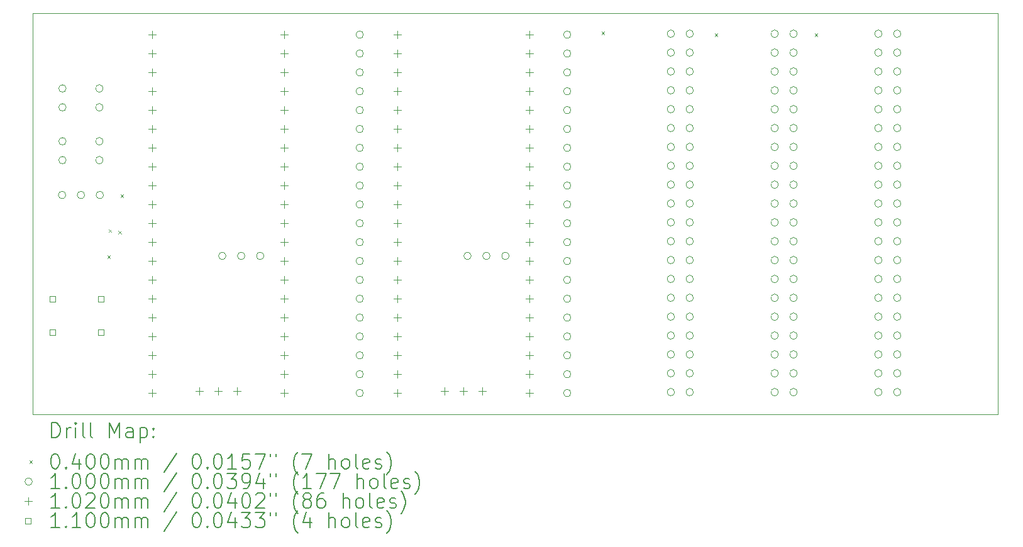
<source format=gbr>
%TF.GenerationSoftware,KiCad,Pcbnew,7.0.7*%
%TF.CreationDate,2023-09-07T20:52:34+09:00*%
%TF.ProjectId,KiCad,4b694361-642e-46b6-9963-61645f706362,rev?*%
%TF.SameCoordinates,PX41cdb40PY67f3540*%
%TF.FileFunction,Drillmap*%
%TF.FilePolarity,Positive*%
%FSLAX45Y45*%
G04 Gerber Fmt 4.5, Leading zero omitted, Abs format (unit mm)*
G04 Created by KiCad (PCBNEW 7.0.7) date 2023-09-07 20:52:34*
%MOMM*%
%LPD*%
G01*
G04 APERTURE LIST*
%ADD10C,0.100000*%
%ADD11C,0.200000*%
%ADD12C,0.040000*%
%ADD13C,0.102000*%
%ADD14C,0.110000*%
G04 APERTURE END LIST*
D10*
X13000000Y5400000D02*
X0Y5400000D01*
X0Y0D02*
X13000000Y0D01*
X0Y5400000D02*
X0Y0D01*
X13000000Y0D02*
X13000000Y5400000D01*
D11*
D12*
X1005000Y2140000D02*
X1045000Y2100000D01*
X1045000Y2140000D02*
X1005000Y2100000D01*
X1022500Y2487500D02*
X1062500Y2447500D01*
X1062500Y2487500D02*
X1022500Y2447500D01*
X1155000Y2465000D02*
X1195000Y2425000D01*
X1195000Y2465000D02*
X1155000Y2425000D01*
X1182500Y2960000D02*
X1222500Y2920000D01*
X1222500Y2960000D02*
X1182500Y2920000D01*
X7659600Y5154200D02*
X7699600Y5114200D01*
X7699600Y5154200D02*
X7659600Y5114200D01*
X9183600Y5128800D02*
X9223600Y5088800D01*
X9223600Y5128800D02*
X9183600Y5088800D01*
X10529800Y5128800D02*
X10569800Y5088800D01*
X10569800Y5128800D02*
X10529800Y5088800D01*
D10*
X446000Y2949800D02*
G75*
G03*
X446000Y2949800I-50000J0D01*
G01*
X450000Y4384900D02*
G75*
G03*
X450000Y4384900I-50000J0D01*
G01*
X450000Y4130900D02*
G75*
G03*
X450000Y4130900I-50000J0D01*
G01*
X450000Y3673700D02*
G75*
G03*
X450000Y3673700I-50000J0D01*
G01*
X450000Y3419700D02*
G75*
G03*
X450000Y3419700I-50000J0D01*
G01*
X700000Y2949800D02*
G75*
G03*
X700000Y2949800I-50000J0D01*
G01*
X947800Y4384900D02*
G75*
G03*
X947800Y4384900I-50000J0D01*
G01*
X947800Y4130900D02*
G75*
G03*
X947800Y4130900I-50000J0D01*
G01*
X947800Y3673700D02*
G75*
G03*
X947800Y3673700I-50000J0D01*
G01*
X947800Y3419700D02*
G75*
G03*
X947800Y3419700I-50000J0D01*
G01*
X954000Y2949800D02*
G75*
G03*
X954000Y2949800I-50000J0D01*
G01*
X2603000Y2130000D02*
G75*
G03*
X2603000Y2130000I-50000J0D01*
G01*
X2858000Y2130000D02*
G75*
G03*
X2858000Y2130000I-50000J0D01*
G01*
X3113000Y2130000D02*
G75*
G03*
X3113000Y2130000I-50000J0D01*
G01*
X4453000Y5110000D02*
G75*
G03*
X4453000Y5110000I-50000J0D01*
G01*
X4453000Y4856000D02*
G75*
G03*
X4453000Y4856000I-50000J0D01*
G01*
X4453000Y4602000D02*
G75*
G03*
X4453000Y4602000I-50000J0D01*
G01*
X4453000Y4348000D02*
G75*
G03*
X4453000Y4348000I-50000J0D01*
G01*
X4453000Y4094000D02*
G75*
G03*
X4453000Y4094000I-50000J0D01*
G01*
X4453000Y3840000D02*
G75*
G03*
X4453000Y3840000I-50000J0D01*
G01*
X4453000Y3586000D02*
G75*
G03*
X4453000Y3586000I-50000J0D01*
G01*
X4453000Y3332000D02*
G75*
G03*
X4453000Y3332000I-50000J0D01*
G01*
X4453000Y3078000D02*
G75*
G03*
X4453000Y3078000I-50000J0D01*
G01*
X4453000Y2824000D02*
G75*
G03*
X4453000Y2824000I-50000J0D01*
G01*
X4453000Y2570000D02*
G75*
G03*
X4453000Y2570000I-50000J0D01*
G01*
X4453000Y2316000D02*
G75*
G03*
X4453000Y2316000I-50000J0D01*
G01*
X4453000Y2062000D02*
G75*
G03*
X4453000Y2062000I-50000J0D01*
G01*
X4453000Y1808000D02*
G75*
G03*
X4453000Y1808000I-50000J0D01*
G01*
X4453000Y1554000D02*
G75*
G03*
X4453000Y1554000I-50000J0D01*
G01*
X4453000Y1300000D02*
G75*
G03*
X4453000Y1300000I-50000J0D01*
G01*
X4453000Y1046000D02*
G75*
G03*
X4453000Y1046000I-50000J0D01*
G01*
X4453000Y792000D02*
G75*
G03*
X4453000Y792000I-50000J0D01*
G01*
X4453000Y538000D02*
G75*
G03*
X4453000Y538000I-50000J0D01*
G01*
X4453000Y284000D02*
G75*
G03*
X4453000Y284000I-50000J0D01*
G01*
X5905000Y2130000D02*
G75*
G03*
X5905000Y2130000I-50000J0D01*
G01*
X6160000Y2130000D02*
G75*
G03*
X6160000Y2130000I-50000J0D01*
G01*
X6415000Y2130000D02*
G75*
G03*
X6415000Y2130000I-50000J0D01*
G01*
X7247000Y5110000D02*
G75*
G03*
X7247000Y5110000I-50000J0D01*
G01*
X7247000Y4856000D02*
G75*
G03*
X7247000Y4856000I-50000J0D01*
G01*
X7247000Y4602000D02*
G75*
G03*
X7247000Y4602000I-50000J0D01*
G01*
X7247000Y4348000D02*
G75*
G03*
X7247000Y4348000I-50000J0D01*
G01*
X7247000Y4094000D02*
G75*
G03*
X7247000Y4094000I-50000J0D01*
G01*
X7247000Y3840000D02*
G75*
G03*
X7247000Y3840000I-50000J0D01*
G01*
X7247000Y3586000D02*
G75*
G03*
X7247000Y3586000I-50000J0D01*
G01*
X7247000Y3332000D02*
G75*
G03*
X7247000Y3332000I-50000J0D01*
G01*
X7247000Y3078000D02*
G75*
G03*
X7247000Y3078000I-50000J0D01*
G01*
X7247000Y2824000D02*
G75*
G03*
X7247000Y2824000I-50000J0D01*
G01*
X7247000Y2570000D02*
G75*
G03*
X7247000Y2570000I-50000J0D01*
G01*
X7247000Y2316000D02*
G75*
G03*
X7247000Y2316000I-50000J0D01*
G01*
X7247000Y2062000D02*
G75*
G03*
X7247000Y2062000I-50000J0D01*
G01*
X7247000Y1808000D02*
G75*
G03*
X7247000Y1808000I-50000J0D01*
G01*
X7247000Y1554000D02*
G75*
G03*
X7247000Y1554000I-50000J0D01*
G01*
X7247000Y1300000D02*
G75*
G03*
X7247000Y1300000I-50000J0D01*
G01*
X7247000Y1046000D02*
G75*
G03*
X7247000Y1046000I-50000J0D01*
G01*
X7247000Y792000D02*
G75*
G03*
X7247000Y792000I-50000J0D01*
G01*
X7247000Y538000D02*
G75*
G03*
X7247000Y538000I-50000J0D01*
G01*
X7247000Y284000D02*
G75*
G03*
X7247000Y284000I-50000J0D01*
G01*
X8643500Y5121500D02*
G75*
G03*
X8643500Y5121500I-50000J0D01*
G01*
X8643500Y4867500D02*
G75*
G03*
X8643500Y4867500I-50000J0D01*
G01*
X8643500Y4613500D02*
G75*
G03*
X8643500Y4613500I-50000J0D01*
G01*
X8643500Y4359500D02*
G75*
G03*
X8643500Y4359500I-50000J0D01*
G01*
X8643500Y4105500D02*
G75*
G03*
X8643500Y4105500I-50000J0D01*
G01*
X8643500Y3851500D02*
G75*
G03*
X8643500Y3851500I-50000J0D01*
G01*
X8643500Y3597500D02*
G75*
G03*
X8643500Y3597500I-50000J0D01*
G01*
X8643500Y3343500D02*
G75*
G03*
X8643500Y3343500I-50000J0D01*
G01*
X8643500Y3089500D02*
G75*
G03*
X8643500Y3089500I-50000J0D01*
G01*
X8643500Y2835500D02*
G75*
G03*
X8643500Y2835500I-50000J0D01*
G01*
X8643500Y2581500D02*
G75*
G03*
X8643500Y2581500I-50000J0D01*
G01*
X8643500Y2327500D02*
G75*
G03*
X8643500Y2327500I-50000J0D01*
G01*
X8643500Y2073500D02*
G75*
G03*
X8643500Y2073500I-50000J0D01*
G01*
X8643500Y1819500D02*
G75*
G03*
X8643500Y1819500I-50000J0D01*
G01*
X8643500Y1565500D02*
G75*
G03*
X8643500Y1565500I-50000J0D01*
G01*
X8643500Y1311500D02*
G75*
G03*
X8643500Y1311500I-50000J0D01*
G01*
X8643500Y1057500D02*
G75*
G03*
X8643500Y1057500I-50000J0D01*
G01*
X8643500Y803500D02*
G75*
G03*
X8643500Y803500I-50000J0D01*
G01*
X8643500Y549500D02*
G75*
G03*
X8643500Y549500I-50000J0D01*
G01*
X8643500Y295500D02*
G75*
G03*
X8643500Y295500I-50000J0D01*
G01*
X8897500Y5121500D02*
G75*
G03*
X8897500Y5121500I-50000J0D01*
G01*
X8897500Y4867500D02*
G75*
G03*
X8897500Y4867500I-50000J0D01*
G01*
X8897500Y4613500D02*
G75*
G03*
X8897500Y4613500I-50000J0D01*
G01*
X8897500Y4359500D02*
G75*
G03*
X8897500Y4359500I-50000J0D01*
G01*
X8897500Y4105500D02*
G75*
G03*
X8897500Y4105500I-50000J0D01*
G01*
X8897500Y3851500D02*
G75*
G03*
X8897500Y3851500I-50000J0D01*
G01*
X8897500Y3597500D02*
G75*
G03*
X8897500Y3597500I-50000J0D01*
G01*
X8897500Y3343500D02*
G75*
G03*
X8897500Y3343500I-50000J0D01*
G01*
X8897500Y3089500D02*
G75*
G03*
X8897500Y3089500I-50000J0D01*
G01*
X8897500Y2835500D02*
G75*
G03*
X8897500Y2835500I-50000J0D01*
G01*
X8897500Y2581500D02*
G75*
G03*
X8897500Y2581500I-50000J0D01*
G01*
X8897500Y2327500D02*
G75*
G03*
X8897500Y2327500I-50000J0D01*
G01*
X8897500Y2073500D02*
G75*
G03*
X8897500Y2073500I-50000J0D01*
G01*
X8897500Y1819500D02*
G75*
G03*
X8897500Y1819500I-50000J0D01*
G01*
X8897500Y1565500D02*
G75*
G03*
X8897500Y1565500I-50000J0D01*
G01*
X8897500Y1311500D02*
G75*
G03*
X8897500Y1311500I-50000J0D01*
G01*
X8897500Y1057500D02*
G75*
G03*
X8897500Y1057500I-50000J0D01*
G01*
X8897500Y803500D02*
G75*
G03*
X8897500Y803500I-50000J0D01*
G01*
X8897500Y549500D02*
G75*
G03*
X8897500Y549500I-50000J0D01*
G01*
X8897500Y295500D02*
G75*
G03*
X8897500Y295500I-50000J0D01*
G01*
X10041000Y5121500D02*
G75*
G03*
X10041000Y5121500I-50000J0D01*
G01*
X10041000Y4867500D02*
G75*
G03*
X10041000Y4867500I-50000J0D01*
G01*
X10041000Y4613500D02*
G75*
G03*
X10041000Y4613500I-50000J0D01*
G01*
X10041000Y4359500D02*
G75*
G03*
X10041000Y4359500I-50000J0D01*
G01*
X10041000Y4105500D02*
G75*
G03*
X10041000Y4105500I-50000J0D01*
G01*
X10041000Y3851500D02*
G75*
G03*
X10041000Y3851500I-50000J0D01*
G01*
X10041000Y3597500D02*
G75*
G03*
X10041000Y3597500I-50000J0D01*
G01*
X10041000Y3343500D02*
G75*
G03*
X10041000Y3343500I-50000J0D01*
G01*
X10041000Y3089500D02*
G75*
G03*
X10041000Y3089500I-50000J0D01*
G01*
X10041000Y2835500D02*
G75*
G03*
X10041000Y2835500I-50000J0D01*
G01*
X10041000Y2581500D02*
G75*
G03*
X10041000Y2581500I-50000J0D01*
G01*
X10041000Y2327500D02*
G75*
G03*
X10041000Y2327500I-50000J0D01*
G01*
X10041000Y2073500D02*
G75*
G03*
X10041000Y2073500I-50000J0D01*
G01*
X10041000Y1819500D02*
G75*
G03*
X10041000Y1819500I-50000J0D01*
G01*
X10041000Y1565500D02*
G75*
G03*
X10041000Y1565500I-50000J0D01*
G01*
X10041000Y1311500D02*
G75*
G03*
X10041000Y1311500I-50000J0D01*
G01*
X10041000Y1057500D02*
G75*
G03*
X10041000Y1057500I-50000J0D01*
G01*
X10041000Y803500D02*
G75*
G03*
X10041000Y803500I-50000J0D01*
G01*
X10041000Y549500D02*
G75*
G03*
X10041000Y549500I-50000J0D01*
G01*
X10041000Y295500D02*
G75*
G03*
X10041000Y295500I-50000J0D01*
G01*
X10295000Y5121500D02*
G75*
G03*
X10295000Y5121500I-50000J0D01*
G01*
X10295000Y4867500D02*
G75*
G03*
X10295000Y4867500I-50000J0D01*
G01*
X10295000Y4613500D02*
G75*
G03*
X10295000Y4613500I-50000J0D01*
G01*
X10295000Y4359500D02*
G75*
G03*
X10295000Y4359500I-50000J0D01*
G01*
X10295000Y4105500D02*
G75*
G03*
X10295000Y4105500I-50000J0D01*
G01*
X10295000Y3851500D02*
G75*
G03*
X10295000Y3851500I-50000J0D01*
G01*
X10295000Y3597500D02*
G75*
G03*
X10295000Y3597500I-50000J0D01*
G01*
X10295000Y3343500D02*
G75*
G03*
X10295000Y3343500I-50000J0D01*
G01*
X10295000Y3089500D02*
G75*
G03*
X10295000Y3089500I-50000J0D01*
G01*
X10295000Y2835500D02*
G75*
G03*
X10295000Y2835500I-50000J0D01*
G01*
X10295000Y2581500D02*
G75*
G03*
X10295000Y2581500I-50000J0D01*
G01*
X10295000Y2327500D02*
G75*
G03*
X10295000Y2327500I-50000J0D01*
G01*
X10295000Y2073500D02*
G75*
G03*
X10295000Y2073500I-50000J0D01*
G01*
X10295000Y1819500D02*
G75*
G03*
X10295000Y1819500I-50000J0D01*
G01*
X10295000Y1565500D02*
G75*
G03*
X10295000Y1565500I-50000J0D01*
G01*
X10295000Y1311500D02*
G75*
G03*
X10295000Y1311500I-50000J0D01*
G01*
X10295000Y1057500D02*
G75*
G03*
X10295000Y1057500I-50000J0D01*
G01*
X10295000Y803500D02*
G75*
G03*
X10295000Y803500I-50000J0D01*
G01*
X10295000Y549500D02*
G75*
G03*
X10295000Y549500I-50000J0D01*
G01*
X10295000Y295500D02*
G75*
G03*
X10295000Y295500I-50000J0D01*
G01*
X11437500Y5121500D02*
G75*
G03*
X11437500Y5121500I-50000J0D01*
G01*
X11437500Y4867500D02*
G75*
G03*
X11437500Y4867500I-50000J0D01*
G01*
X11437500Y4613500D02*
G75*
G03*
X11437500Y4613500I-50000J0D01*
G01*
X11437500Y4359500D02*
G75*
G03*
X11437500Y4359500I-50000J0D01*
G01*
X11437500Y4105500D02*
G75*
G03*
X11437500Y4105500I-50000J0D01*
G01*
X11437500Y3851500D02*
G75*
G03*
X11437500Y3851500I-50000J0D01*
G01*
X11437500Y3597500D02*
G75*
G03*
X11437500Y3597500I-50000J0D01*
G01*
X11437500Y3343500D02*
G75*
G03*
X11437500Y3343500I-50000J0D01*
G01*
X11437500Y3089500D02*
G75*
G03*
X11437500Y3089500I-50000J0D01*
G01*
X11437500Y2835500D02*
G75*
G03*
X11437500Y2835500I-50000J0D01*
G01*
X11437500Y2581500D02*
G75*
G03*
X11437500Y2581500I-50000J0D01*
G01*
X11437500Y2327500D02*
G75*
G03*
X11437500Y2327500I-50000J0D01*
G01*
X11437500Y2073500D02*
G75*
G03*
X11437500Y2073500I-50000J0D01*
G01*
X11437500Y1819500D02*
G75*
G03*
X11437500Y1819500I-50000J0D01*
G01*
X11437500Y1565500D02*
G75*
G03*
X11437500Y1565500I-50000J0D01*
G01*
X11437500Y1311500D02*
G75*
G03*
X11437500Y1311500I-50000J0D01*
G01*
X11437500Y1057500D02*
G75*
G03*
X11437500Y1057500I-50000J0D01*
G01*
X11437500Y803500D02*
G75*
G03*
X11437500Y803500I-50000J0D01*
G01*
X11437500Y549500D02*
G75*
G03*
X11437500Y549500I-50000J0D01*
G01*
X11437500Y295500D02*
G75*
G03*
X11437500Y295500I-50000J0D01*
G01*
X11691500Y5121500D02*
G75*
G03*
X11691500Y5121500I-50000J0D01*
G01*
X11691500Y4867500D02*
G75*
G03*
X11691500Y4867500I-50000J0D01*
G01*
X11691500Y4613500D02*
G75*
G03*
X11691500Y4613500I-50000J0D01*
G01*
X11691500Y4359500D02*
G75*
G03*
X11691500Y4359500I-50000J0D01*
G01*
X11691500Y4105500D02*
G75*
G03*
X11691500Y4105500I-50000J0D01*
G01*
X11691500Y3851500D02*
G75*
G03*
X11691500Y3851500I-50000J0D01*
G01*
X11691500Y3597500D02*
G75*
G03*
X11691500Y3597500I-50000J0D01*
G01*
X11691500Y3343500D02*
G75*
G03*
X11691500Y3343500I-50000J0D01*
G01*
X11691500Y3089500D02*
G75*
G03*
X11691500Y3089500I-50000J0D01*
G01*
X11691500Y2835500D02*
G75*
G03*
X11691500Y2835500I-50000J0D01*
G01*
X11691500Y2581500D02*
G75*
G03*
X11691500Y2581500I-50000J0D01*
G01*
X11691500Y2327500D02*
G75*
G03*
X11691500Y2327500I-50000J0D01*
G01*
X11691500Y2073500D02*
G75*
G03*
X11691500Y2073500I-50000J0D01*
G01*
X11691500Y1819500D02*
G75*
G03*
X11691500Y1819500I-50000J0D01*
G01*
X11691500Y1565500D02*
G75*
G03*
X11691500Y1565500I-50000J0D01*
G01*
X11691500Y1311500D02*
G75*
G03*
X11691500Y1311500I-50000J0D01*
G01*
X11691500Y1057500D02*
G75*
G03*
X11691500Y1057500I-50000J0D01*
G01*
X11691500Y803500D02*
G75*
G03*
X11691500Y803500I-50000J0D01*
G01*
X11691500Y549500D02*
G75*
G03*
X11691500Y549500I-50000J0D01*
G01*
X11691500Y295500D02*
G75*
G03*
X11691500Y295500I-50000J0D01*
G01*
D13*
X1609000Y5164000D02*
X1609000Y5062000D01*
X1558000Y5113000D02*
X1660000Y5113000D01*
X1609000Y4910000D02*
X1609000Y4808000D01*
X1558000Y4859000D02*
X1660000Y4859000D01*
X1609000Y4656000D02*
X1609000Y4554000D01*
X1558000Y4605000D02*
X1660000Y4605000D01*
X1609000Y4402000D02*
X1609000Y4300000D01*
X1558000Y4351000D02*
X1660000Y4351000D01*
X1609000Y4148000D02*
X1609000Y4046000D01*
X1558000Y4097000D02*
X1660000Y4097000D01*
X1609000Y3894000D02*
X1609000Y3792000D01*
X1558000Y3843000D02*
X1660000Y3843000D01*
X1609000Y3640000D02*
X1609000Y3538000D01*
X1558000Y3589000D02*
X1660000Y3589000D01*
X1609000Y3386000D02*
X1609000Y3284000D01*
X1558000Y3335000D02*
X1660000Y3335000D01*
X1609000Y3132000D02*
X1609000Y3030000D01*
X1558000Y3081000D02*
X1660000Y3081000D01*
X1609000Y2878000D02*
X1609000Y2776000D01*
X1558000Y2827000D02*
X1660000Y2827000D01*
X1609000Y2624000D02*
X1609000Y2522000D01*
X1558000Y2573000D02*
X1660000Y2573000D01*
X1609000Y2370000D02*
X1609000Y2268000D01*
X1558000Y2319000D02*
X1660000Y2319000D01*
X1609000Y2116000D02*
X1609000Y2014000D01*
X1558000Y2065000D02*
X1660000Y2065000D01*
X1609000Y1862000D02*
X1609000Y1760000D01*
X1558000Y1811000D02*
X1660000Y1811000D01*
X1609000Y1608000D02*
X1609000Y1506000D01*
X1558000Y1557000D02*
X1660000Y1557000D01*
X1609000Y1354000D02*
X1609000Y1252000D01*
X1558000Y1303000D02*
X1660000Y1303000D01*
X1609000Y1100000D02*
X1609000Y998000D01*
X1558000Y1049000D02*
X1660000Y1049000D01*
X1609000Y846000D02*
X1609000Y744000D01*
X1558000Y795000D02*
X1660000Y795000D01*
X1609000Y592000D02*
X1609000Y490000D01*
X1558000Y541000D02*
X1660000Y541000D01*
X1609000Y338000D02*
X1609000Y236000D01*
X1558000Y287000D02*
X1660000Y287000D01*
X2244000Y361000D02*
X2244000Y259000D01*
X2193000Y310000D02*
X2295000Y310000D01*
X2498000Y361000D02*
X2498000Y259000D01*
X2447000Y310000D02*
X2549000Y310000D01*
X2752000Y361000D02*
X2752000Y259000D01*
X2701000Y310000D02*
X2803000Y310000D01*
X3387000Y5164000D02*
X3387000Y5062000D01*
X3336000Y5113000D02*
X3438000Y5113000D01*
X3387000Y4910000D02*
X3387000Y4808000D01*
X3336000Y4859000D02*
X3438000Y4859000D01*
X3387000Y4656000D02*
X3387000Y4554000D01*
X3336000Y4605000D02*
X3438000Y4605000D01*
X3387000Y4402000D02*
X3387000Y4300000D01*
X3336000Y4351000D02*
X3438000Y4351000D01*
X3387000Y4148000D02*
X3387000Y4046000D01*
X3336000Y4097000D02*
X3438000Y4097000D01*
X3387000Y3894000D02*
X3387000Y3792000D01*
X3336000Y3843000D02*
X3438000Y3843000D01*
X3387000Y3640000D02*
X3387000Y3538000D01*
X3336000Y3589000D02*
X3438000Y3589000D01*
X3387000Y3386000D02*
X3387000Y3284000D01*
X3336000Y3335000D02*
X3438000Y3335000D01*
X3387000Y3132000D02*
X3387000Y3030000D01*
X3336000Y3081000D02*
X3438000Y3081000D01*
X3387000Y2878000D02*
X3387000Y2776000D01*
X3336000Y2827000D02*
X3438000Y2827000D01*
X3387000Y2624000D02*
X3387000Y2522000D01*
X3336000Y2573000D02*
X3438000Y2573000D01*
X3387000Y2370000D02*
X3387000Y2268000D01*
X3336000Y2319000D02*
X3438000Y2319000D01*
X3387000Y2116000D02*
X3387000Y2014000D01*
X3336000Y2065000D02*
X3438000Y2065000D01*
X3387000Y1862000D02*
X3387000Y1760000D01*
X3336000Y1811000D02*
X3438000Y1811000D01*
X3387000Y1608000D02*
X3387000Y1506000D01*
X3336000Y1557000D02*
X3438000Y1557000D01*
X3387000Y1354000D02*
X3387000Y1252000D01*
X3336000Y1303000D02*
X3438000Y1303000D01*
X3387000Y1100000D02*
X3387000Y998000D01*
X3336000Y1049000D02*
X3438000Y1049000D01*
X3387000Y846000D02*
X3387000Y744000D01*
X3336000Y795000D02*
X3438000Y795000D01*
X3387000Y592000D02*
X3387000Y490000D01*
X3336000Y541000D02*
X3438000Y541000D01*
X3387000Y338000D02*
X3387000Y236000D01*
X3336000Y287000D02*
X3438000Y287000D01*
X4911000Y5164000D02*
X4911000Y5062000D01*
X4860000Y5113000D02*
X4962000Y5113000D01*
X4911000Y4910000D02*
X4911000Y4808000D01*
X4860000Y4859000D02*
X4962000Y4859000D01*
X4911000Y4656000D02*
X4911000Y4554000D01*
X4860000Y4605000D02*
X4962000Y4605000D01*
X4911000Y4402000D02*
X4911000Y4300000D01*
X4860000Y4351000D02*
X4962000Y4351000D01*
X4911000Y4148000D02*
X4911000Y4046000D01*
X4860000Y4097000D02*
X4962000Y4097000D01*
X4911000Y3894000D02*
X4911000Y3792000D01*
X4860000Y3843000D02*
X4962000Y3843000D01*
X4911000Y3640000D02*
X4911000Y3538000D01*
X4860000Y3589000D02*
X4962000Y3589000D01*
X4911000Y3386000D02*
X4911000Y3284000D01*
X4860000Y3335000D02*
X4962000Y3335000D01*
X4911000Y3132000D02*
X4911000Y3030000D01*
X4860000Y3081000D02*
X4962000Y3081000D01*
X4911000Y2878000D02*
X4911000Y2776000D01*
X4860000Y2827000D02*
X4962000Y2827000D01*
X4911000Y2624000D02*
X4911000Y2522000D01*
X4860000Y2573000D02*
X4962000Y2573000D01*
X4911000Y2370000D02*
X4911000Y2268000D01*
X4860000Y2319000D02*
X4962000Y2319000D01*
X4911000Y2116000D02*
X4911000Y2014000D01*
X4860000Y2065000D02*
X4962000Y2065000D01*
X4911000Y1862000D02*
X4911000Y1760000D01*
X4860000Y1811000D02*
X4962000Y1811000D01*
X4911000Y1608000D02*
X4911000Y1506000D01*
X4860000Y1557000D02*
X4962000Y1557000D01*
X4911000Y1354000D02*
X4911000Y1252000D01*
X4860000Y1303000D02*
X4962000Y1303000D01*
X4911000Y1100000D02*
X4911000Y998000D01*
X4860000Y1049000D02*
X4962000Y1049000D01*
X4911000Y846000D02*
X4911000Y744000D01*
X4860000Y795000D02*
X4962000Y795000D01*
X4911000Y592000D02*
X4911000Y490000D01*
X4860000Y541000D02*
X4962000Y541000D01*
X4911000Y338000D02*
X4911000Y236000D01*
X4860000Y287000D02*
X4962000Y287000D01*
X5546000Y361000D02*
X5546000Y259000D01*
X5495000Y310000D02*
X5597000Y310000D01*
X5800000Y361000D02*
X5800000Y259000D01*
X5749000Y310000D02*
X5851000Y310000D01*
X6054000Y361000D02*
X6054000Y259000D01*
X6003000Y310000D02*
X6105000Y310000D01*
X6689000Y5164000D02*
X6689000Y5062000D01*
X6638000Y5113000D02*
X6740000Y5113000D01*
X6689000Y4910000D02*
X6689000Y4808000D01*
X6638000Y4859000D02*
X6740000Y4859000D01*
X6689000Y4656000D02*
X6689000Y4554000D01*
X6638000Y4605000D02*
X6740000Y4605000D01*
X6689000Y4402000D02*
X6689000Y4300000D01*
X6638000Y4351000D02*
X6740000Y4351000D01*
X6689000Y4148000D02*
X6689000Y4046000D01*
X6638000Y4097000D02*
X6740000Y4097000D01*
X6689000Y3894000D02*
X6689000Y3792000D01*
X6638000Y3843000D02*
X6740000Y3843000D01*
X6689000Y3640000D02*
X6689000Y3538000D01*
X6638000Y3589000D02*
X6740000Y3589000D01*
X6689000Y3386000D02*
X6689000Y3284000D01*
X6638000Y3335000D02*
X6740000Y3335000D01*
X6689000Y3132000D02*
X6689000Y3030000D01*
X6638000Y3081000D02*
X6740000Y3081000D01*
X6689000Y2878000D02*
X6689000Y2776000D01*
X6638000Y2827000D02*
X6740000Y2827000D01*
X6689000Y2624000D02*
X6689000Y2522000D01*
X6638000Y2573000D02*
X6740000Y2573000D01*
X6689000Y2370000D02*
X6689000Y2268000D01*
X6638000Y2319000D02*
X6740000Y2319000D01*
X6689000Y2116000D02*
X6689000Y2014000D01*
X6638000Y2065000D02*
X6740000Y2065000D01*
X6689000Y1862000D02*
X6689000Y1760000D01*
X6638000Y1811000D02*
X6740000Y1811000D01*
X6689000Y1608000D02*
X6689000Y1506000D01*
X6638000Y1557000D02*
X6740000Y1557000D01*
X6689000Y1354000D02*
X6689000Y1252000D01*
X6638000Y1303000D02*
X6740000Y1303000D01*
X6689000Y1100000D02*
X6689000Y998000D01*
X6638000Y1049000D02*
X6740000Y1049000D01*
X6689000Y846000D02*
X6689000Y744000D01*
X6638000Y795000D02*
X6740000Y795000D01*
X6689000Y592000D02*
X6689000Y490000D01*
X6638000Y541000D02*
X6740000Y541000D01*
X6689000Y338000D02*
X6689000Y236000D01*
X6638000Y287000D02*
X6740000Y287000D01*
D14*
X306891Y1510309D02*
X306891Y1588091D01*
X229109Y1588091D01*
X229109Y1510309D01*
X306891Y1510309D01*
X306891Y1060309D02*
X306891Y1138091D01*
X229109Y1138091D01*
X229109Y1060309D01*
X306891Y1060309D01*
X956891Y1510309D02*
X956891Y1588091D01*
X879109Y1588091D01*
X879109Y1510309D01*
X956891Y1510309D01*
X956891Y1060309D02*
X956891Y1138091D01*
X879109Y1138091D01*
X879109Y1060309D01*
X956891Y1060309D01*
D11*
X255777Y-316484D02*
X255777Y-116484D01*
X255777Y-116484D02*
X303396Y-116484D01*
X303396Y-116484D02*
X331967Y-126008D01*
X331967Y-126008D02*
X351015Y-145055D01*
X351015Y-145055D02*
X360539Y-164103D01*
X360539Y-164103D02*
X370062Y-202198D01*
X370062Y-202198D02*
X370062Y-230769D01*
X370062Y-230769D02*
X360539Y-268865D01*
X360539Y-268865D02*
X351015Y-287912D01*
X351015Y-287912D02*
X331967Y-306960D01*
X331967Y-306960D02*
X303396Y-316484D01*
X303396Y-316484D02*
X255777Y-316484D01*
X455777Y-316484D02*
X455777Y-183150D01*
X455777Y-221246D02*
X465301Y-202198D01*
X465301Y-202198D02*
X474824Y-192674D01*
X474824Y-192674D02*
X493872Y-183150D01*
X493872Y-183150D02*
X512920Y-183150D01*
X579586Y-316484D02*
X579586Y-183150D01*
X579586Y-116484D02*
X570063Y-126008D01*
X570063Y-126008D02*
X579586Y-135531D01*
X579586Y-135531D02*
X589110Y-126008D01*
X589110Y-126008D02*
X579586Y-116484D01*
X579586Y-116484D02*
X579586Y-135531D01*
X703396Y-316484D02*
X684348Y-306960D01*
X684348Y-306960D02*
X674824Y-287912D01*
X674824Y-287912D02*
X674824Y-116484D01*
X808158Y-316484D02*
X789110Y-306960D01*
X789110Y-306960D02*
X779586Y-287912D01*
X779586Y-287912D02*
X779586Y-116484D01*
X1036729Y-316484D02*
X1036729Y-116484D01*
X1036729Y-116484D02*
X1103396Y-259341D01*
X1103396Y-259341D02*
X1170063Y-116484D01*
X1170063Y-116484D02*
X1170063Y-316484D01*
X1351015Y-316484D02*
X1351015Y-211722D01*
X1351015Y-211722D02*
X1341491Y-192674D01*
X1341491Y-192674D02*
X1322444Y-183150D01*
X1322444Y-183150D02*
X1284348Y-183150D01*
X1284348Y-183150D02*
X1265301Y-192674D01*
X1351015Y-306960D02*
X1331967Y-316484D01*
X1331967Y-316484D02*
X1284348Y-316484D01*
X1284348Y-316484D02*
X1265301Y-306960D01*
X1265301Y-306960D02*
X1255777Y-287912D01*
X1255777Y-287912D02*
X1255777Y-268865D01*
X1255777Y-268865D02*
X1265301Y-249817D01*
X1265301Y-249817D02*
X1284348Y-240293D01*
X1284348Y-240293D02*
X1331967Y-240293D01*
X1331967Y-240293D02*
X1351015Y-230769D01*
X1446253Y-183150D02*
X1446253Y-383150D01*
X1446253Y-192674D02*
X1465301Y-183150D01*
X1465301Y-183150D02*
X1503396Y-183150D01*
X1503396Y-183150D02*
X1522443Y-192674D01*
X1522443Y-192674D02*
X1531967Y-202198D01*
X1531967Y-202198D02*
X1541491Y-221246D01*
X1541491Y-221246D02*
X1541491Y-278389D01*
X1541491Y-278389D02*
X1531967Y-297436D01*
X1531967Y-297436D02*
X1522443Y-306960D01*
X1522443Y-306960D02*
X1503396Y-316484D01*
X1503396Y-316484D02*
X1465301Y-316484D01*
X1465301Y-316484D02*
X1446253Y-306960D01*
X1627205Y-297436D02*
X1636729Y-306960D01*
X1636729Y-306960D02*
X1627205Y-316484D01*
X1627205Y-316484D02*
X1617682Y-306960D01*
X1617682Y-306960D02*
X1627205Y-297436D01*
X1627205Y-297436D02*
X1627205Y-316484D01*
X1627205Y-192674D02*
X1636729Y-202198D01*
X1636729Y-202198D02*
X1627205Y-211722D01*
X1627205Y-211722D02*
X1617682Y-202198D01*
X1617682Y-202198D02*
X1627205Y-192674D01*
X1627205Y-192674D02*
X1627205Y-211722D01*
D12*
X-45000Y-625000D02*
X-5000Y-665000D01*
X-5000Y-625000D02*
X-45000Y-665000D01*
D11*
X293872Y-536484D02*
X312920Y-536484D01*
X312920Y-536484D02*
X331967Y-546008D01*
X331967Y-546008D02*
X341491Y-555531D01*
X341491Y-555531D02*
X351015Y-574579D01*
X351015Y-574579D02*
X360539Y-612674D01*
X360539Y-612674D02*
X360539Y-660293D01*
X360539Y-660293D02*
X351015Y-698389D01*
X351015Y-698389D02*
X341491Y-717436D01*
X341491Y-717436D02*
X331967Y-726960D01*
X331967Y-726960D02*
X312920Y-736484D01*
X312920Y-736484D02*
X293872Y-736484D01*
X293872Y-736484D02*
X274824Y-726960D01*
X274824Y-726960D02*
X265301Y-717436D01*
X265301Y-717436D02*
X255777Y-698389D01*
X255777Y-698389D02*
X246253Y-660293D01*
X246253Y-660293D02*
X246253Y-612674D01*
X246253Y-612674D02*
X255777Y-574579D01*
X255777Y-574579D02*
X265301Y-555531D01*
X265301Y-555531D02*
X274824Y-546008D01*
X274824Y-546008D02*
X293872Y-536484D01*
X446253Y-717436D02*
X455777Y-726960D01*
X455777Y-726960D02*
X446253Y-736484D01*
X446253Y-736484D02*
X436729Y-726960D01*
X436729Y-726960D02*
X446253Y-717436D01*
X446253Y-717436D02*
X446253Y-736484D01*
X627205Y-603150D02*
X627205Y-736484D01*
X579586Y-526960D02*
X531967Y-669817D01*
X531967Y-669817D02*
X655777Y-669817D01*
X770062Y-536484D02*
X789110Y-536484D01*
X789110Y-536484D02*
X808158Y-546008D01*
X808158Y-546008D02*
X817682Y-555531D01*
X817682Y-555531D02*
X827205Y-574579D01*
X827205Y-574579D02*
X836729Y-612674D01*
X836729Y-612674D02*
X836729Y-660293D01*
X836729Y-660293D02*
X827205Y-698389D01*
X827205Y-698389D02*
X817682Y-717436D01*
X817682Y-717436D02*
X808158Y-726960D01*
X808158Y-726960D02*
X789110Y-736484D01*
X789110Y-736484D02*
X770062Y-736484D01*
X770062Y-736484D02*
X751015Y-726960D01*
X751015Y-726960D02*
X741491Y-717436D01*
X741491Y-717436D02*
X731967Y-698389D01*
X731967Y-698389D02*
X722443Y-660293D01*
X722443Y-660293D02*
X722443Y-612674D01*
X722443Y-612674D02*
X731967Y-574579D01*
X731967Y-574579D02*
X741491Y-555531D01*
X741491Y-555531D02*
X751015Y-546008D01*
X751015Y-546008D02*
X770062Y-536484D01*
X960539Y-536484D02*
X979586Y-536484D01*
X979586Y-536484D02*
X998634Y-546008D01*
X998634Y-546008D02*
X1008158Y-555531D01*
X1008158Y-555531D02*
X1017682Y-574579D01*
X1017682Y-574579D02*
X1027205Y-612674D01*
X1027205Y-612674D02*
X1027205Y-660293D01*
X1027205Y-660293D02*
X1017682Y-698389D01*
X1017682Y-698389D02*
X1008158Y-717436D01*
X1008158Y-717436D02*
X998634Y-726960D01*
X998634Y-726960D02*
X979586Y-736484D01*
X979586Y-736484D02*
X960539Y-736484D01*
X960539Y-736484D02*
X941491Y-726960D01*
X941491Y-726960D02*
X931967Y-717436D01*
X931967Y-717436D02*
X922443Y-698389D01*
X922443Y-698389D02*
X912920Y-660293D01*
X912920Y-660293D02*
X912920Y-612674D01*
X912920Y-612674D02*
X922443Y-574579D01*
X922443Y-574579D02*
X931967Y-555531D01*
X931967Y-555531D02*
X941491Y-546008D01*
X941491Y-546008D02*
X960539Y-536484D01*
X1112920Y-736484D02*
X1112920Y-603150D01*
X1112920Y-622198D02*
X1122444Y-612674D01*
X1122444Y-612674D02*
X1141491Y-603150D01*
X1141491Y-603150D02*
X1170063Y-603150D01*
X1170063Y-603150D02*
X1189110Y-612674D01*
X1189110Y-612674D02*
X1198634Y-631722D01*
X1198634Y-631722D02*
X1198634Y-736484D01*
X1198634Y-631722D02*
X1208158Y-612674D01*
X1208158Y-612674D02*
X1227205Y-603150D01*
X1227205Y-603150D02*
X1255777Y-603150D01*
X1255777Y-603150D02*
X1274825Y-612674D01*
X1274825Y-612674D02*
X1284348Y-631722D01*
X1284348Y-631722D02*
X1284348Y-736484D01*
X1379586Y-736484D02*
X1379586Y-603150D01*
X1379586Y-622198D02*
X1389110Y-612674D01*
X1389110Y-612674D02*
X1408158Y-603150D01*
X1408158Y-603150D02*
X1436729Y-603150D01*
X1436729Y-603150D02*
X1455777Y-612674D01*
X1455777Y-612674D02*
X1465301Y-631722D01*
X1465301Y-631722D02*
X1465301Y-736484D01*
X1465301Y-631722D02*
X1474824Y-612674D01*
X1474824Y-612674D02*
X1493872Y-603150D01*
X1493872Y-603150D02*
X1522443Y-603150D01*
X1522443Y-603150D02*
X1541491Y-612674D01*
X1541491Y-612674D02*
X1551015Y-631722D01*
X1551015Y-631722D02*
X1551015Y-736484D01*
X1941491Y-526960D02*
X1770063Y-784103D01*
X2198634Y-536484D02*
X2217682Y-536484D01*
X2217682Y-536484D02*
X2236729Y-546008D01*
X2236729Y-546008D02*
X2246253Y-555531D01*
X2246253Y-555531D02*
X2255777Y-574579D01*
X2255777Y-574579D02*
X2265301Y-612674D01*
X2265301Y-612674D02*
X2265301Y-660293D01*
X2265301Y-660293D02*
X2255777Y-698389D01*
X2255777Y-698389D02*
X2246253Y-717436D01*
X2246253Y-717436D02*
X2236729Y-726960D01*
X2236729Y-726960D02*
X2217682Y-736484D01*
X2217682Y-736484D02*
X2198634Y-736484D01*
X2198634Y-736484D02*
X2179587Y-726960D01*
X2179587Y-726960D02*
X2170063Y-717436D01*
X2170063Y-717436D02*
X2160539Y-698389D01*
X2160539Y-698389D02*
X2151015Y-660293D01*
X2151015Y-660293D02*
X2151015Y-612674D01*
X2151015Y-612674D02*
X2160539Y-574579D01*
X2160539Y-574579D02*
X2170063Y-555531D01*
X2170063Y-555531D02*
X2179587Y-546008D01*
X2179587Y-546008D02*
X2198634Y-536484D01*
X2351015Y-717436D02*
X2360539Y-726960D01*
X2360539Y-726960D02*
X2351015Y-736484D01*
X2351015Y-736484D02*
X2341491Y-726960D01*
X2341491Y-726960D02*
X2351015Y-717436D01*
X2351015Y-717436D02*
X2351015Y-736484D01*
X2484348Y-536484D02*
X2503396Y-536484D01*
X2503396Y-536484D02*
X2522444Y-546008D01*
X2522444Y-546008D02*
X2531968Y-555531D01*
X2531968Y-555531D02*
X2541491Y-574579D01*
X2541491Y-574579D02*
X2551015Y-612674D01*
X2551015Y-612674D02*
X2551015Y-660293D01*
X2551015Y-660293D02*
X2541491Y-698389D01*
X2541491Y-698389D02*
X2531968Y-717436D01*
X2531968Y-717436D02*
X2522444Y-726960D01*
X2522444Y-726960D02*
X2503396Y-736484D01*
X2503396Y-736484D02*
X2484348Y-736484D01*
X2484348Y-736484D02*
X2465301Y-726960D01*
X2465301Y-726960D02*
X2455777Y-717436D01*
X2455777Y-717436D02*
X2446253Y-698389D01*
X2446253Y-698389D02*
X2436729Y-660293D01*
X2436729Y-660293D02*
X2436729Y-612674D01*
X2436729Y-612674D02*
X2446253Y-574579D01*
X2446253Y-574579D02*
X2455777Y-555531D01*
X2455777Y-555531D02*
X2465301Y-546008D01*
X2465301Y-546008D02*
X2484348Y-536484D01*
X2741491Y-736484D02*
X2627206Y-736484D01*
X2684348Y-736484D02*
X2684348Y-536484D01*
X2684348Y-536484D02*
X2665301Y-565055D01*
X2665301Y-565055D02*
X2646253Y-584103D01*
X2646253Y-584103D02*
X2627206Y-593627D01*
X2922444Y-536484D02*
X2827206Y-536484D01*
X2827206Y-536484D02*
X2817682Y-631722D01*
X2817682Y-631722D02*
X2827206Y-622198D01*
X2827206Y-622198D02*
X2846253Y-612674D01*
X2846253Y-612674D02*
X2893872Y-612674D01*
X2893872Y-612674D02*
X2912920Y-622198D01*
X2912920Y-622198D02*
X2922444Y-631722D01*
X2922444Y-631722D02*
X2931967Y-650770D01*
X2931967Y-650770D02*
X2931967Y-698389D01*
X2931967Y-698389D02*
X2922444Y-717436D01*
X2922444Y-717436D02*
X2912920Y-726960D01*
X2912920Y-726960D02*
X2893872Y-736484D01*
X2893872Y-736484D02*
X2846253Y-736484D01*
X2846253Y-736484D02*
X2827206Y-726960D01*
X2827206Y-726960D02*
X2817682Y-717436D01*
X2998634Y-536484D02*
X3131967Y-536484D01*
X3131967Y-536484D02*
X3046253Y-736484D01*
X3198634Y-536484D02*
X3198634Y-574579D01*
X3274825Y-536484D02*
X3274825Y-574579D01*
X3570063Y-812674D02*
X3560539Y-803150D01*
X3560539Y-803150D02*
X3541491Y-774579D01*
X3541491Y-774579D02*
X3531968Y-755531D01*
X3531968Y-755531D02*
X3522444Y-726960D01*
X3522444Y-726960D02*
X3512920Y-679341D01*
X3512920Y-679341D02*
X3512920Y-641246D01*
X3512920Y-641246D02*
X3522444Y-593627D01*
X3522444Y-593627D02*
X3531968Y-565055D01*
X3531968Y-565055D02*
X3541491Y-546008D01*
X3541491Y-546008D02*
X3560539Y-517436D01*
X3560539Y-517436D02*
X3570063Y-507912D01*
X3627206Y-536484D02*
X3760539Y-536484D01*
X3760539Y-536484D02*
X3674825Y-736484D01*
X3989110Y-736484D02*
X3989110Y-536484D01*
X4074825Y-736484D02*
X4074825Y-631722D01*
X4074825Y-631722D02*
X4065301Y-612674D01*
X4065301Y-612674D02*
X4046253Y-603150D01*
X4046253Y-603150D02*
X4017682Y-603150D01*
X4017682Y-603150D02*
X3998634Y-612674D01*
X3998634Y-612674D02*
X3989110Y-622198D01*
X4198634Y-736484D02*
X4179587Y-726960D01*
X4179587Y-726960D02*
X4170063Y-717436D01*
X4170063Y-717436D02*
X4160539Y-698389D01*
X4160539Y-698389D02*
X4160539Y-641246D01*
X4160539Y-641246D02*
X4170063Y-622198D01*
X4170063Y-622198D02*
X4179587Y-612674D01*
X4179587Y-612674D02*
X4198634Y-603150D01*
X4198634Y-603150D02*
X4227206Y-603150D01*
X4227206Y-603150D02*
X4246253Y-612674D01*
X4246253Y-612674D02*
X4255777Y-622198D01*
X4255777Y-622198D02*
X4265301Y-641246D01*
X4265301Y-641246D02*
X4265301Y-698389D01*
X4265301Y-698389D02*
X4255777Y-717436D01*
X4255777Y-717436D02*
X4246253Y-726960D01*
X4246253Y-726960D02*
X4227206Y-736484D01*
X4227206Y-736484D02*
X4198634Y-736484D01*
X4379587Y-736484D02*
X4360539Y-726960D01*
X4360539Y-726960D02*
X4351015Y-707912D01*
X4351015Y-707912D02*
X4351015Y-536484D01*
X4531968Y-726960D02*
X4512920Y-736484D01*
X4512920Y-736484D02*
X4474825Y-736484D01*
X4474825Y-736484D02*
X4455777Y-726960D01*
X4455777Y-726960D02*
X4446253Y-707912D01*
X4446253Y-707912D02*
X4446253Y-631722D01*
X4446253Y-631722D02*
X4455777Y-612674D01*
X4455777Y-612674D02*
X4474825Y-603150D01*
X4474825Y-603150D02*
X4512920Y-603150D01*
X4512920Y-603150D02*
X4531968Y-612674D01*
X4531968Y-612674D02*
X4541492Y-631722D01*
X4541492Y-631722D02*
X4541492Y-650770D01*
X4541492Y-650770D02*
X4446253Y-669817D01*
X4617682Y-726960D02*
X4636730Y-736484D01*
X4636730Y-736484D02*
X4674825Y-736484D01*
X4674825Y-736484D02*
X4693873Y-726960D01*
X4693873Y-726960D02*
X4703396Y-707912D01*
X4703396Y-707912D02*
X4703396Y-698389D01*
X4703396Y-698389D02*
X4693873Y-679341D01*
X4693873Y-679341D02*
X4674825Y-669817D01*
X4674825Y-669817D02*
X4646253Y-669817D01*
X4646253Y-669817D02*
X4627206Y-660293D01*
X4627206Y-660293D02*
X4617682Y-641246D01*
X4617682Y-641246D02*
X4617682Y-631722D01*
X4617682Y-631722D02*
X4627206Y-612674D01*
X4627206Y-612674D02*
X4646253Y-603150D01*
X4646253Y-603150D02*
X4674825Y-603150D01*
X4674825Y-603150D02*
X4693873Y-612674D01*
X4770063Y-812674D02*
X4779587Y-803150D01*
X4779587Y-803150D02*
X4798634Y-774579D01*
X4798634Y-774579D02*
X4808158Y-755531D01*
X4808158Y-755531D02*
X4817682Y-726960D01*
X4817682Y-726960D02*
X4827206Y-679341D01*
X4827206Y-679341D02*
X4827206Y-641246D01*
X4827206Y-641246D02*
X4817682Y-593627D01*
X4817682Y-593627D02*
X4808158Y-565055D01*
X4808158Y-565055D02*
X4798634Y-546008D01*
X4798634Y-546008D02*
X4779587Y-517436D01*
X4779587Y-517436D02*
X4770063Y-507912D01*
D10*
X-5000Y-909000D02*
G75*
G03*
X-5000Y-909000I-50000J0D01*
G01*
D11*
X360539Y-1000484D02*
X246253Y-1000484D01*
X303396Y-1000484D02*
X303396Y-800484D01*
X303396Y-800484D02*
X284348Y-829055D01*
X284348Y-829055D02*
X265301Y-848103D01*
X265301Y-848103D02*
X246253Y-857627D01*
X446253Y-981436D02*
X455777Y-990960D01*
X455777Y-990960D02*
X446253Y-1000484D01*
X446253Y-1000484D02*
X436729Y-990960D01*
X436729Y-990960D02*
X446253Y-981436D01*
X446253Y-981436D02*
X446253Y-1000484D01*
X579586Y-800484D02*
X598634Y-800484D01*
X598634Y-800484D02*
X617682Y-810008D01*
X617682Y-810008D02*
X627205Y-819531D01*
X627205Y-819531D02*
X636729Y-838579D01*
X636729Y-838579D02*
X646253Y-876674D01*
X646253Y-876674D02*
X646253Y-924293D01*
X646253Y-924293D02*
X636729Y-962388D01*
X636729Y-962388D02*
X627205Y-981436D01*
X627205Y-981436D02*
X617682Y-990960D01*
X617682Y-990960D02*
X598634Y-1000484D01*
X598634Y-1000484D02*
X579586Y-1000484D01*
X579586Y-1000484D02*
X560539Y-990960D01*
X560539Y-990960D02*
X551015Y-981436D01*
X551015Y-981436D02*
X541491Y-962388D01*
X541491Y-962388D02*
X531967Y-924293D01*
X531967Y-924293D02*
X531967Y-876674D01*
X531967Y-876674D02*
X541491Y-838579D01*
X541491Y-838579D02*
X551015Y-819531D01*
X551015Y-819531D02*
X560539Y-810008D01*
X560539Y-810008D02*
X579586Y-800484D01*
X770062Y-800484D02*
X789110Y-800484D01*
X789110Y-800484D02*
X808158Y-810008D01*
X808158Y-810008D02*
X817682Y-819531D01*
X817682Y-819531D02*
X827205Y-838579D01*
X827205Y-838579D02*
X836729Y-876674D01*
X836729Y-876674D02*
X836729Y-924293D01*
X836729Y-924293D02*
X827205Y-962388D01*
X827205Y-962388D02*
X817682Y-981436D01*
X817682Y-981436D02*
X808158Y-990960D01*
X808158Y-990960D02*
X789110Y-1000484D01*
X789110Y-1000484D02*
X770062Y-1000484D01*
X770062Y-1000484D02*
X751015Y-990960D01*
X751015Y-990960D02*
X741491Y-981436D01*
X741491Y-981436D02*
X731967Y-962388D01*
X731967Y-962388D02*
X722443Y-924293D01*
X722443Y-924293D02*
X722443Y-876674D01*
X722443Y-876674D02*
X731967Y-838579D01*
X731967Y-838579D02*
X741491Y-819531D01*
X741491Y-819531D02*
X751015Y-810008D01*
X751015Y-810008D02*
X770062Y-800484D01*
X960539Y-800484D02*
X979586Y-800484D01*
X979586Y-800484D02*
X998634Y-810008D01*
X998634Y-810008D02*
X1008158Y-819531D01*
X1008158Y-819531D02*
X1017682Y-838579D01*
X1017682Y-838579D02*
X1027205Y-876674D01*
X1027205Y-876674D02*
X1027205Y-924293D01*
X1027205Y-924293D02*
X1017682Y-962388D01*
X1017682Y-962388D02*
X1008158Y-981436D01*
X1008158Y-981436D02*
X998634Y-990960D01*
X998634Y-990960D02*
X979586Y-1000484D01*
X979586Y-1000484D02*
X960539Y-1000484D01*
X960539Y-1000484D02*
X941491Y-990960D01*
X941491Y-990960D02*
X931967Y-981436D01*
X931967Y-981436D02*
X922443Y-962388D01*
X922443Y-962388D02*
X912920Y-924293D01*
X912920Y-924293D02*
X912920Y-876674D01*
X912920Y-876674D02*
X922443Y-838579D01*
X922443Y-838579D02*
X931967Y-819531D01*
X931967Y-819531D02*
X941491Y-810008D01*
X941491Y-810008D02*
X960539Y-800484D01*
X1112920Y-1000484D02*
X1112920Y-867150D01*
X1112920Y-886198D02*
X1122444Y-876674D01*
X1122444Y-876674D02*
X1141491Y-867150D01*
X1141491Y-867150D02*
X1170063Y-867150D01*
X1170063Y-867150D02*
X1189110Y-876674D01*
X1189110Y-876674D02*
X1198634Y-895722D01*
X1198634Y-895722D02*
X1198634Y-1000484D01*
X1198634Y-895722D02*
X1208158Y-876674D01*
X1208158Y-876674D02*
X1227205Y-867150D01*
X1227205Y-867150D02*
X1255777Y-867150D01*
X1255777Y-867150D02*
X1274825Y-876674D01*
X1274825Y-876674D02*
X1284348Y-895722D01*
X1284348Y-895722D02*
X1284348Y-1000484D01*
X1379586Y-1000484D02*
X1379586Y-867150D01*
X1379586Y-886198D02*
X1389110Y-876674D01*
X1389110Y-876674D02*
X1408158Y-867150D01*
X1408158Y-867150D02*
X1436729Y-867150D01*
X1436729Y-867150D02*
X1455777Y-876674D01*
X1455777Y-876674D02*
X1465301Y-895722D01*
X1465301Y-895722D02*
X1465301Y-1000484D01*
X1465301Y-895722D02*
X1474824Y-876674D01*
X1474824Y-876674D02*
X1493872Y-867150D01*
X1493872Y-867150D02*
X1522443Y-867150D01*
X1522443Y-867150D02*
X1541491Y-876674D01*
X1541491Y-876674D02*
X1551015Y-895722D01*
X1551015Y-895722D02*
X1551015Y-1000484D01*
X1941491Y-790960D02*
X1770063Y-1048103D01*
X2198634Y-800484D02*
X2217682Y-800484D01*
X2217682Y-800484D02*
X2236729Y-810008D01*
X2236729Y-810008D02*
X2246253Y-819531D01*
X2246253Y-819531D02*
X2255777Y-838579D01*
X2255777Y-838579D02*
X2265301Y-876674D01*
X2265301Y-876674D02*
X2265301Y-924293D01*
X2265301Y-924293D02*
X2255777Y-962388D01*
X2255777Y-962388D02*
X2246253Y-981436D01*
X2246253Y-981436D02*
X2236729Y-990960D01*
X2236729Y-990960D02*
X2217682Y-1000484D01*
X2217682Y-1000484D02*
X2198634Y-1000484D01*
X2198634Y-1000484D02*
X2179587Y-990960D01*
X2179587Y-990960D02*
X2170063Y-981436D01*
X2170063Y-981436D02*
X2160539Y-962388D01*
X2160539Y-962388D02*
X2151015Y-924293D01*
X2151015Y-924293D02*
X2151015Y-876674D01*
X2151015Y-876674D02*
X2160539Y-838579D01*
X2160539Y-838579D02*
X2170063Y-819531D01*
X2170063Y-819531D02*
X2179587Y-810008D01*
X2179587Y-810008D02*
X2198634Y-800484D01*
X2351015Y-981436D02*
X2360539Y-990960D01*
X2360539Y-990960D02*
X2351015Y-1000484D01*
X2351015Y-1000484D02*
X2341491Y-990960D01*
X2341491Y-990960D02*
X2351015Y-981436D01*
X2351015Y-981436D02*
X2351015Y-1000484D01*
X2484348Y-800484D02*
X2503396Y-800484D01*
X2503396Y-800484D02*
X2522444Y-810008D01*
X2522444Y-810008D02*
X2531968Y-819531D01*
X2531968Y-819531D02*
X2541491Y-838579D01*
X2541491Y-838579D02*
X2551015Y-876674D01*
X2551015Y-876674D02*
X2551015Y-924293D01*
X2551015Y-924293D02*
X2541491Y-962388D01*
X2541491Y-962388D02*
X2531968Y-981436D01*
X2531968Y-981436D02*
X2522444Y-990960D01*
X2522444Y-990960D02*
X2503396Y-1000484D01*
X2503396Y-1000484D02*
X2484348Y-1000484D01*
X2484348Y-1000484D02*
X2465301Y-990960D01*
X2465301Y-990960D02*
X2455777Y-981436D01*
X2455777Y-981436D02*
X2446253Y-962388D01*
X2446253Y-962388D02*
X2436729Y-924293D01*
X2436729Y-924293D02*
X2436729Y-876674D01*
X2436729Y-876674D02*
X2446253Y-838579D01*
X2446253Y-838579D02*
X2455777Y-819531D01*
X2455777Y-819531D02*
X2465301Y-810008D01*
X2465301Y-810008D02*
X2484348Y-800484D01*
X2617682Y-800484D02*
X2741491Y-800484D01*
X2741491Y-800484D02*
X2674825Y-876674D01*
X2674825Y-876674D02*
X2703396Y-876674D01*
X2703396Y-876674D02*
X2722444Y-886198D01*
X2722444Y-886198D02*
X2731968Y-895722D01*
X2731968Y-895722D02*
X2741491Y-914769D01*
X2741491Y-914769D02*
X2741491Y-962388D01*
X2741491Y-962388D02*
X2731968Y-981436D01*
X2731968Y-981436D02*
X2722444Y-990960D01*
X2722444Y-990960D02*
X2703396Y-1000484D01*
X2703396Y-1000484D02*
X2646253Y-1000484D01*
X2646253Y-1000484D02*
X2627206Y-990960D01*
X2627206Y-990960D02*
X2617682Y-981436D01*
X2836729Y-1000484D02*
X2874825Y-1000484D01*
X2874825Y-1000484D02*
X2893872Y-990960D01*
X2893872Y-990960D02*
X2903396Y-981436D01*
X2903396Y-981436D02*
X2922444Y-952865D01*
X2922444Y-952865D02*
X2931967Y-914769D01*
X2931967Y-914769D02*
X2931967Y-838579D01*
X2931967Y-838579D02*
X2922444Y-819531D01*
X2922444Y-819531D02*
X2912920Y-810008D01*
X2912920Y-810008D02*
X2893872Y-800484D01*
X2893872Y-800484D02*
X2855777Y-800484D01*
X2855777Y-800484D02*
X2836729Y-810008D01*
X2836729Y-810008D02*
X2827206Y-819531D01*
X2827206Y-819531D02*
X2817682Y-838579D01*
X2817682Y-838579D02*
X2817682Y-886198D01*
X2817682Y-886198D02*
X2827206Y-905246D01*
X2827206Y-905246D02*
X2836729Y-914769D01*
X2836729Y-914769D02*
X2855777Y-924293D01*
X2855777Y-924293D02*
X2893872Y-924293D01*
X2893872Y-924293D02*
X2912920Y-914769D01*
X2912920Y-914769D02*
X2922444Y-905246D01*
X2922444Y-905246D02*
X2931967Y-886198D01*
X3103396Y-867150D02*
X3103396Y-1000484D01*
X3055777Y-790960D02*
X3008158Y-933817D01*
X3008158Y-933817D02*
X3131967Y-933817D01*
X3198634Y-800484D02*
X3198634Y-838579D01*
X3274825Y-800484D02*
X3274825Y-838579D01*
X3570063Y-1076674D02*
X3560539Y-1067150D01*
X3560539Y-1067150D02*
X3541491Y-1038579D01*
X3541491Y-1038579D02*
X3531968Y-1019531D01*
X3531968Y-1019531D02*
X3522444Y-990960D01*
X3522444Y-990960D02*
X3512920Y-943341D01*
X3512920Y-943341D02*
X3512920Y-905246D01*
X3512920Y-905246D02*
X3522444Y-857627D01*
X3522444Y-857627D02*
X3531968Y-829055D01*
X3531968Y-829055D02*
X3541491Y-810008D01*
X3541491Y-810008D02*
X3560539Y-781436D01*
X3560539Y-781436D02*
X3570063Y-771912D01*
X3751015Y-1000484D02*
X3636729Y-1000484D01*
X3693872Y-1000484D02*
X3693872Y-800484D01*
X3693872Y-800484D02*
X3674825Y-829055D01*
X3674825Y-829055D02*
X3655777Y-848103D01*
X3655777Y-848103D02*
X3636729Y-857627D01*
X3817682Y-800484D02*
X3951015Y-800484D01*
X3951015Y-800484D02*
X3865301Y-1000484D01*
X4008158Y-800484D02*
X4141491Y-800484D01*
X4141491Y-800484D02*
X4055777Y-1000484D01*
X4370063Y-1000484D02*
X4370063Y-800484D01*
X4455777Y-1000484D02*
X4455777Y-895722D01*
X4455777Y-895722D02*
X4446253Y-876674D01*
X4446253Y-876674D02*
X4427206Y-867150D01*
X4427206Y-867150D02*
X4398634Y-867150D01*
X4398634Y-867150D02*
X4379587Y-876674D01*
X4379587Y-876674D02*
X4370063Y-886198D01*
X4579587Y-1000484D02*
X4560539Y-990960D01*
X4560539Y-990960D02*
X4551015Y-981436D01*
X4551015Y-981436D02*
X4541492Y-962388D01*
X4541492Y-962388D02*
X4541492Y-905246D01*
X4541492Y-905246D02*
X4551015Y-886198D01*
X4551015Y-886198D02*
X4560539Y-876674D01*
X4560539Y-876674D02*
X4579587Y-867150D01*
X4579587Y-867150D02*
X4608158Y-867150D01*
X4608158Y-867150D02*
X4627206Y-876674D01*
X4627206Y-876674D02*
X4636730Y-886198D01*
X4636730Y-886198D02*
X4646253Y-905246D01*
X4646253Y-905246D02*
X4646253Y-962388D01*
X4646253Y-962388D02*
X4636730Y-981436D01*
X4636730Y-981436D02*
X4627206Y-990960D01*
X4627206Y-990960D02*
X4608158Y-1000484D01*
X4608158Y-1000484D02*
X4579587Y-1000484D01*
X4760539Y-1000484D02*
X4741492Y-990960D01*
X4741492Y-990960D02*
X4731968Y-971912D01*
X4731968Y-971912D02*
X4731968Y-800484D01*
X4912920Y-990960D02*
X4893873Y-1000484D01*
X4893873Y-1000484D02*
X4855777Y-1000484D01*
X4855777Y-1000484D02*
X4836730Y-990960D01*
X4836730Y-990960D02*
X4827206Y-971912D01*
X4827206Y-971912D02*
X4827206Y-895722D01*
X4827206Y-895722D02*
X4836730Y-876674D01*
X4836730Y-876674D02*
X4855777Y-867150D01*
X4855777Y-867150D02*
X4893873Y-867150D01*
X4893873Y-867150D02*
X4912920Y-876674D01*
X4912920Y-876674D02*
X4922444Y-895722D01*
X4922444Y-895722D02*
X4922444Y-914769D01*
X4922444Y-914769D02*
X4827206Y-933817D01*
X4998634Y-990960D02*
X5017682Y-1000484D01*
X5017682Y-1000484D02*
X5055777Y-1000484D01*
X5055777Y-1000484D02*
X5074825Y-990960D01*
X5074825Y-990960D02*
X5084349Y-971912D01*
X5084349Y-971912D02*
X5084349Y-962388D01*
X5084349Y-962388D02*
X5074825Y-943341D01*
X5074825Y-943341D02*
X5055777Y-933817D01*
X5055777Y-933817D02*
X5027206Y-933817D01*
X5027206Y-933817D02*
X5008158Y-924293D01*
X5008158Y-924293D02*
X4998634Y-905246D01*
X4998634Y-905246D02*
X4998634Y-895722D01*
X4998634Y-895722D02*
X5008158Y-876674D01*
X5008158Y-876674D02*
X5027206Y-867150D01*
X5027206Y-867150D02*
X5055777Y-867150D01*
X5055777Y-867150D02*
X5074825Y-876674D01*
X5151015Y-1076674D02*
X5160539Y-1067150D01*
X5160539Y-1067150D02*
X5179587Y-1038579D01*
X5179587Y-1038579D02*
X5189111Y-1019531D01*
X5189111Y-1019531D02*
X5198634Y-990960D01*
X5198634Y-990960D02*
X5208158Y-943341D01*
X5208158Y-943341D02*
X5208158Y-905246D01*
X5208158Y-905246D02*
X5198634Y-857627D01*
X5198634Y-857627D02*
X5189111Y-829055D01*
X5189111Y-829055D02*
X5179587Y-810008D01*
X5179587Y-810008D02*
X5160539Y-781436D01*
X5160539Y-781436D02*
X5151015Y-771912D01*
D13*
X-56000Y-1122000D02*
X-56000Y-1224000D01*
X-107000Y-1173000D02*
X-5000Y-1173000D01*
D11*
X360539Y-1264484D02*
X246253Y-1264484D01*
X303396Y-1264484D02*
X303396Y-1064484D01*
X303396Y-1064484D02*
X284348Y-1093055D01*
X284348Y-1093055D02*
X265301Y-1112103D01*
X265301Y-1112103D02*
X246253Y-1121627D01*
X446253Y-1245436D02*
X455777Y-1254960D01*
X455777Y-1254960D02*
X446253Y-1264484D01*
X446253Y-1264484D02*
X436729Y-1254960D01*
X436729Y-1254960D02*
X446253Y-1245436D01*
X446253Y-1245436D02*
X446253Y-1264484D01*
X579586Y-1064484D02*
X598634Y-1064484D01*
X598634Y-1064484D02*
X617682Y-1074008D01*
X617682Y-1074008D02*
X627205Y-1083531D01*
X627205Y-1083531D02*
X636729Y-1102579D01*
X636729Y-1102579D02*
X646253Y-1140674D01*
X646253Y-1140674D02*
X646253Y-1188293D01*
X646253Y-1188293D02*
X636729Y-1226389D01*
X636729Y-1226389D02*
X627205Y-1245436D01*
X627205Y-1245436D02*
X617682Y-1254960D01*
X617682Y-1254960D02*
X598634Y-1264484D01*
X598634Y-1264484D02*
X579586Y-1264484D01*
X579586Y-1264484D02*
X560539Y-1254960D01*
X560539Y-1254960D02*
X551015Y-1245436D01*
X551015Y-1245436D02*
X541491Y-1226389D01*
X541491Y-1226389D02*
X531967Y-1188293D01*
X531967Y-1188293D02*
X531967Y-1140674D01*
X531967Y-1140674D02*
X541491Y-1102579D01*
X541491Y-1102579D02*
X551015Y-1083531D01*
X551015Y-1083531D02*
X560539Y-1074008D01*
X560539Y-1074008D02*
X579586Y-1064484D01*
X722443Y-1083531D02*
X731967Y-1074008D01*
X731967Y-1074008D02*
X751015Y-1064484D01*
X751015Y-1064484D02*
X798634Y-1064484D01*
X798634Y-1064484D02*
X817682Y-1074008D01*
X817682Y-1074008D02*
X827205Y-1083531D01*
X827205Y-1083531D02*
X836729Y-1102579D01*
X836729Y-1102579D02*
X836729Y-1121627D01*
X836729Y-1121627D02*
X827205Y-1150198D01*
X827205Y-1150198D02*
X712920Y-1264484D01*
X712920Y-1264484D02*
X836729Y-1264484D01*
X960539Y-1064484D02*
X979586Y-1064484D01*
X979586Y-1064484D02*
X998634Y-1074008D01*
X998634Y-1074008D02*
X1008158Y-1083531D01*
X1008158Y-1083531D02*
X1017682Y-1102579D01*
X1017682Y-1102579D02*
X1027205Y-1140674D01*
X1027205Y-1140674D02*
X1027205Y-1188293D01*
X1027205Y-1188293D02*
X1017682Y-1226389D01*
X1017682Y-1226389D02*
X1008158Y-1245436D01*
X1008158Y-1245436D02*
X998634Y-1254960D01*
X998634Y-1254960D02*
X979586Y-1264484D01*
X979586Y-1264484D02*
X960539Y-1264484D01*
X960539Y-1264484D02*
X941491Y-1254960D01*
X941491Y-1254960D02*
X931967Y-1245436D01*
X931967Y-1245436D02*
X922443Y-1226389D01*
X922443Y-1226389D02*
X912920Y-1188293D01*
X912920Y-1188293D02*
X912920Y-1140674D01*
X912920Y-1140674D02*
X922443Y-1102579D01*
X922443Y-1102579D02*
X931967Y-1083531D01*
X931967Y-1083531D02*
X941491Y-1074008D01*
X941491Y-1074008D02*
X960539Y-1064484D01*
X1112920Y-1264484D02*
X1112920Y-1131150D01*
X1112920Y-1150198D02*
X1122444Y-1140674D01*
X1122444Y-1140674D02*
X1141491Y-1131150D01*
X1141491Y-1131150D02*
X1170063Y-1131150D01*
X1170063Y-1131150D02*
X1189110Y-1140674D01*
X1189110Y-1140674D02*
X1198634Y-1159722D01*
X1198634Y-1159722D02*
X1198634Y-1264484D01*
X1198634Y-1159722D02*
X1208158Y-1140674D01*
X1208158Y-1140674D02*
X1227205Y-1131150D01*
X1227205Y-1131150D02*
X1255777Y-1131150D01*
X1255777Y-1131150D02*
X1274825Y-1140674D01*
X1274825Y-1140674D02*
X1284348Y-1159722D01*
X1284348Y-1159722D02*
X1284348Y-1264484D01*
X1379586Y-1264484D02*
X1379586Y-1131150D01*
X1379586Y-1150198D02*
X1389110Y-1140674D01*
X1389110Y-1140674D02*
X1408158Y-1131150D01*
X1408158Y-1131150D02*
X1436729Y-1131150D01*
X1436729Y-1131150D02*
X1455777Y-1140674D01*
X1455777Y-1140674D02*
X1465301Y-1159722D01*
X1465301Y-1159722D02*
X1465301Y-1264484D01*
X1465301Y-1159722D02*
X1474824Y-1140674D01*
X1474824Y-1140674D02*
X1493872Y-1131150D01*
X1493872Y-1131150D02*
X1522443Y-1131150D01*
X1522443Y-1131150D02*
X1541491Y-1140674D01*
X1541491Y-1140674D02*
X1551015Y-1159722D01*
X1551015Y-1159722D02*
X1551015Y-1264484D01*
X1941491Y-1054960D02*
X1770063Y-1312103D01*
X2198634Y-1064484D02*
X2217682Y-1064484D01*
X2217682Y-1064484D02*
X2236729Y-1074008D01*
X2236729Y-1074008D02*
X2246253Y-1083531D01*
X2246253Y-1083531D02*
X2255777Y-1102579D01*
X2255777Y-1102579D02*
X2265301Y-1140674D01*
X2265301Y-1140674D02*
X2265301Y-1188293D01*
X2265301Y-1188293D02*
X2255777Y-1226389D01*
X2255777Y-1226389D02*
X2246253Y-1245436D01*
X2246253Y-1245436D02*
X2236729Y-1254960D01*
X2236729Y-1254960D02*
X2217682Y-1264484D01*
X2217682Y-1264484D02*
X2198634Y-1264484D01*
X2198634Y-1264484D02*
X2179587Y-1254960D01*
X2179587Y-1254960D02*
X2170063Y-1245436D01*
X2170063Y-1245436D02*
X2160539Y-1226389D01*
X2160539Y-1226389D02*
X2151015Y-1188293D01*
X2151015Y-1188293D02*
X2151015Y-1140674D01*
X2151015Y-1140674D02*
X2160539Y-1102579D01*
X2160539Y-1102579D02*
X2170063Y-1083531D01*
X2170063Y-1083531D02*
X2179587Y-1074008D01*
X2179587Y-1074008D02*
X2198634Y-1064484D01*
X2351015Y-1245436D02*
X2360539Y-1254960D01*
X2360539Y-1254960D02*
X2351015Y-1264484D01*
X2351015Y-1264484D02*
X2341491Y-1254960D01*
X2341491Y-1254960D02*
X2351015Y-1245436D01*
X2351015Y-1245436D02*
X2351015Y-1264484D01*
X2484348Y-1064484D02*
X2503396Y-1064484D01*
X2503396Y-1064484D02*
X2522444Y-1074008D01*
X2522444Y-1074008D02*
X2531968Y-1083531D01*
X2531968Y-1083531D02*
X2541491Y-1102579D01*
X2541491Y-1102579D02*
X2551015Y-1140674D01*
X2551015Y-1140674D02*
X2551015Y-1188293D01*
X2551015Y-1188293D02*
X2541491Y-1226389D01*
X2541491Y-1226389D02*
X2531968Y-1245436D01*
X2531968Y-1245436D02*
X2522444Y-1254960D01*
X2522444Y-1254960D02*
X2503396Y-1264484D01*
X2503396Y-1264484D02*
X2484348Y-1264484D01*
X2484348Y-1264484D02*
X2465301Y-1254960D01*
X2465301Y-1254960D02*
X2455777Y-1245436D01*
X2455777Y-1245436D02*
X2446253Y-1226389D01*
X2446253Y-1226389D02*
X2436729Y-1188293D01*
X2436729Y-1188293D02*
X2436729Y-1140674D01*
X2436729Y-1140674D02*
X2446253Y-1102579D01*
X2446253Y-1102579D02*
X2455777Y-1083531D01*
X2455777Y-1083531D02*
X2465301Y-1074008D01*
X2465301Y-1074008D02*
X2484348Y-1064484D01*
X2722444Y-1131150D02*
X2722444Y-1264484D01*
X2674825Y-1054960D02*
X2627206Y-1197817D01*
X2627206Y-1197817D02*
X2751015Y-1197817D01*
X2865301Y-1064484D02*
X2884348Y-1064484D01*
X2884348Y-1064484D02*
X2903396Y-1074008D01*
X2903396Y-1074008D02*
X2912920Y-1083531D01*
X2912920Y-1083531D02*
X2922444Y-1102579D01*
X2922444Y-1102579D02*
X2931967Y-1140674D01*
X2931967Y-1140674D02*
X2931967Y-1188293D01*
X2931967Y-1188293D02*
X2922444Y-1226389D01*
X2922444Y-1226389D02*
X2912920Y-1245436D01*
X2912920Y-1245436D02*
X2903396Y-1254960D01*
X2903396Y-1254960D02*
X2884348Y-1264484D01*
X2884348Y-1264484D02*
X2865301Y-1264484D01*
X2865301Y-1264484D02*
X2846253Y-1254960D01*
X2846253Y-1254960D02*
X2836729Y-1245436D01*
X2836729Y-1245436D02*
X2827206Y-1226389D01*
X2827206Y-1226389D02*
X2817682Y-1188293D01*
X2817682Y-1188293D02*
X2817682Y-1140674D01*
X2817682Y-1140674D02*
X2827206Y-1102579D01*
X2827206Y-1102579D02*
X2836729Y-1083531D01*
X2836729Y-1083531D02*
X2846253Y-1074008D01*
X2846253Y-1074008D02*
X2865301Y-1064484D01*
X3008158Y-1083531D02*
X3017682Y-1074008D01*
X3017682Y-1074008D02*
X3036729Y-1064484D01*
X3036729Y-1064484D02*
X3084348Y-1064484D01*
X3084348Y-1064484D02*
X3103396Y-1074008D01*
X3103396Y-1074008D02*
X3112920Y-1083531D01*
X3112920Y-1083531D02*
X3122444Y-1102579D01*
X3122444Y-1102579D02*
X3122444Y-1121627D01*
X3122444Y-1121627D02*
X3112920Y-1150198D01*
X3112920Y-1150198D02*
X2998634Y-1264484D01*
X2998634Y-1264484D02*
X3122444Y-1264484D01*
X3198634Y-1064484D02*
X3198634Y-1102579D01*
X3274825Y-1064484D02*
X3274825Y-1102579D01*
X3570063Y-1340674D02*
X3560539Y-1331150D01*
X3560539Y-1331150D02*
X3541491Y-1302579D01*
X3541491Y-1302579D02*
X3531968Y-1283531D01*
X3531968Y-1283531D02*
X3522444Y-1254960D01*
X3522444Y-1254960D02*
X3512920Y-1207341D01*
X3512920Y-1207341D02*
X3512920Y-1169246D01*
X3512920Y-1169246D02*
X3522444Y-1121627D01*
X3522444Y-1121627D02*
X3531968Y-1093055D01*
X3531968Y-1093055D02*
X3541491Y-1074008D01*
X3541491Y-1074008D02*
X3560539Y-1045436D01*
X3560539Y-1045436D02*
X3570063Y-1035912D01*
X3674825Y-1150198D02*
X3655777Y-1140674D01*
X3655777Y-1140674D02*
X3646253Y-1131150D01*
X3646253Y-1131150D02*
X3636729Y-1112103D01*
X3636729Y-1112103D02*
X3636729Y-1102579D01*
X3636729Y-1102579D02*
X3646253Y-1083531D01*
X3646253Y-1083531D02*
X3655777Y-1074008D01*
X3655777Y-1074008D02*
X3674825Y-1064484D01*
X3674825Y-1064484D02*
X3712920Y-1064484D01*
X3712920Y-1064484D02*
X3731968Y-1074008D01*
X3731968Y-1074008D02*
X3741491Y-1083531D01*
X3741491Y-1083531D02*
X3751015Y-1102579D01*
X3751015Y-1102579D02*
X3751015Y-1112103D01*
X3751015Y-1112103D02*
X3741491Y-1131150D01*
X3741491Y-1131150D02*
X3731968Y-1140674D01*
X3731968Y-1140674D02*
X3712920Y-1150198D01*
X3712920Y-1150198D02*
X3674825Y-1150198D01*
X3674825Y-1150198D02*
X3655777Y-1159722D01*
X3655777Y-1159722D02*
X3646253Y-1169246D01*
X3646253Y-1169246D02*
X3636729Y-1188293D01*
X3636729Y-1188293D02*
X3636729Y-1226389D01*
X3636729Y-1226389D02*
X3646253Y-1245436D01*
X3646253Y-1245436D02*
X3655777Y-1254960D01*
X3655777Y-1254960D02*
X3674825Y-1264484D01*
X3674825Y-1264484D02*
X3712920Y-1264484D01*
X3712920Y-1264484D02*
X3731968Y-1254960D01*
X3731968Y-1254960D02*
X3741491Y-1245436D01*
X3741491Y-1245436D02*
X3751015Y-1226389D01*
X3751015Y-1226389D02*
X3751015Y-1188293D01*
X3751015Y-1188293D02*
X3741491Y-1169246D01*
X3741491Y-1169246D02*
X3731968Y-1159722D01*
X3731968Y-1159722D02*
X3712920Y-1150198D01*
X3922444Y-1064484D02*
X3884348Y-1064484D01*
X3884348Y-1064484D02*
X3865301Y-1074008D01*
X3865301Y-1074008D02*
X3855777Y-1083531D01*
X3855777Y-1083531D02*
X3836729Y-1112103D01*
X3836729Y-1112103D02*
X3827206Y-1150198D01*
X3827206Y-1150198D02*
X3827206Y-1226389D01*
X3827206Y-1226389D02*
X3836729Y-1245436D01*
X3836729Y-1245436D02*
X3846253Y-1254960D01*
X3846253Y-1254960D02*
X3865301Y-1264484D01*
X3865301Y-1264484D02*
X3903396Y-1264484D01*
X3903396Y-1264484D02*
X3922444Y-1254960D01*
X3922444Y-1254960D02*
X3931968Y-1245436D01*
X3931968Y-1245436D02*
X3941491Y-1226389D01*
X3941491Y-1226389D02*
X3941491Y-1178770D01*
X3941491Y-1178770D02*
X3931968Y-1159722D01*
X3931968Y-1159722D02*
X3922444Y-1150198D01*
X3922444Y-1150198D02*
X3903396Y-1140674D01*
X3903396Y-1140674D02*
X3865301Y-1140674D01*
X3865301Y-1140674D02*
X3846253Y-1150198D01*
X3846253Y-1150198D02*
X3836729Y-1159722D01*
X3836729Y-1159722D02*
X3827206Y-1178770D01*
X4179587Y-1264484D02*
X4179587Y-1064484D01*
X4265301Y-1264484D02*
X4265301Y-1159722D01*
X4265301Y-1159722D02*
X4255777Y-1140674D01*
X4255777Y-1140674D02*
X4236730Y-1131150D01*
X4236730Y-1131150D02*
X4208158Y-1131150D01*
X4208158Y-1131150D02*
X4189110Y-1140674D01*
X4189110Y-1140674D02*
X4179587Y-1150198D01*
X4389111Y-1264484D02*
X4370063Y-1254960D01*
X4370063Y-1254960D02*
X4360539Y-1245436D01*
X4360539Y-1245436D02*
X4351015Y-1226389D01*
X4351015Y-1226389D02*
X4351015Y-1169246D01*
X4351015Y-1169246D02*
X4360539Y-1150198D01*
X4360539Y-1150198D02*
X4370063Y-1140674D01*
X4370063Y-1140674D02*
X4389111Y-1131150D01*
X4389111Y-1131150D02*
X4417682Y-1131150D01*
X4417682Y-1131150D02*
X4436730Y-1140674D01*
X4436730Y-1140674D02*
X4446253Y-1150198D01*
X4446253Y-1150198D02*
X4455777Y-1169246D01*
X4455777Y-1169246D02*
X4455777Y-1226389D01*
X4455777Y-1226389D02*
X4446253Y-1245436D01*
X4446253Y-1245436D02*
X4436730Y-1254960D01*
X4436730Y-1254960D02*
X4417682Y-1264484D01*
X4417682Y-1264484D02*
X4389111Y-1264484D01*
X4570063Y-1264484D02*
X4551015Y-1254960D01*
X4551015Y-1254960D02*
X4541492Y-1235912D01*
X4541492Y-1235912D02*
X4541492Y-1064484D01*
X4722444Y-1254960D02*
X4703396Y-1264484D01*
X4703396Y-1264484D02*
X4665301Y-1264484D01*
X4665301Y-1264484D02*
X4646253Y-1254960D01*
X4646253Y-1254960D02*
X4636730Y-1235912D01*
X4636730Y-1235912D02*
X4636730Y-1159722D01*
X4636730Y-1159722D02*
X4646253Y-1140674D01*
X4646253Y-1140674D02*
X4665301Y-1131150D01*
X4665301Y-1131150D02*
X4703396Y-1131150D01*
X4703396Y-1131150D02*
X4722444Y-1140674D01*
X4722444Y-1140674D02*
X4731968Y-1159722D01*
X4731968Y-1159722D02*
X4731968Y-1178770D01*
X4731968Y-1178770D02*
X4636730Y-1197817D01*
X4808158Y-1254960D02*
X4827206Y-1264484D01*
X4827206Y-1264484D02*
X4865301Y-1264484D01*
X4865301Y-1264484D02*
X4884349Y-1254960D01*
X4884349Y-1254960D02*
X4893873Y-1235912D01*
X4893873Y-1235912D02*
X4893873Y-1226389D01*
X4893873Y-1226389D02*
X4884349Y-1207341D01*
X4884349Y-1207341D02*
X4865301Y-1197817D01*
X4865301Y-1197817D02*
X4836730Y-1197817D01*
X4836730Y-1197817D02*
X4817682Y-1188293D01*
X4817682Y-1188293D02*
X4808158Y-1169246D01*
X4808158Y-1169246D02*
X4808158Y-1159722D01*
X4808158Y-1159722D02*
X4817682Y-1140674D01*
X4817682Y-1140674D02*
X4836730Y-1131150D01*
X4836730Y-1131150D02*
X4865301Y-1131150D01*
X4865301Y-1131150D02*
X4884349Y-1140674D01*
X4960539Y-1340674D02*
X4970063Y-1331150D01*
X4970063Y-1331150D02*
X4989111Y-1302579D01*
X4989111Y-1302579D02*
X4998634Y-1283531D01*
X4998634Y-1283531D02*
X5008158Y-1254960D01*
X5008158Y-1254960D02*
X5017682Y-1207341D01*
X5017682Y-1207341D02*
X5017682Y-1169246D01*
X5017682Y-1169246D02*
X5008158Y-1121627D01*
X5008158Y-1121627D02*
X4998634Y-1093055D01*
X4998634Y-1093055D02*
X4989111Y-1074008D01*
X4989111Y-1074008D02*
X4970063Y-1045436D01*
X4970063Y-1045436D02*
X4960539Y-1035912D01*
D14*
X-21109Y-1475891D02*
X-21109Y-1398109D01*
X-98891Y-1398109D01*
X-98891Y-1475891D01*
X-21109Y-1475891D01*
D11*
X360539Y-1528484D02*
X246253Y-1528484D01*
X303396Y-1528484D02*
X303396Y-1328484D01*
X303396Y-1328484D02*
X284348Y-1357055D01*
X284348Y-1357055D02*
X265301Y-1376103D01*
X265301Y-1376103D02*
X246253Y-1385627D01*
X446253Y-1509436D02*
X455777Y-1518960D01*
X455777Y-1518960D02*
X446253Y-1528484D01*
X446253Y-1528484D02*
X436729Y-1518960D01*
X436729Y-1518960D02*
X446253Y-1509436D01*
X446253Y-1509436D02*
X446253Y-1528484D01*
X646253Y-1528484D02*
X531967Y-1528484D01*
X589110Y-1528484D02*
X589110Y-1328484D01*
X589110Y-1328484D02*
X570063Y-1357055D01*
X570063Y-1357055D02*
X551015Y-1376103D01*
X551015Y-1376103D02*
X531967Y-1385627D01*
X770062Y-1328484D02*
X789110Y-1328484D01*
X789110Y-1328484D02*
X808158Y-1338008D01*
X808158Y-1338008D02*
X817682Y-1347531D01*
X817682Y-1347531D02*
X827205Y-1366579D01*
X827205Y-1366579D02*
X836729Y-1404674D01*
X836729Y-1404674D02*
X836729Y-1452293D01*
X836729Y-1452293D02*
X827205Y-1490388D01*
X827205Y-1490388D02*
X817682Y-1509436D01*
X817682Y-1509436D02*
X808158Y-1518960D01*
X808158Y-1518960D02*
X789110Y-1528484D01*
X789110Y-1528484D02*
X770062Y-1528484D01*
X770062Y-1528484D02*
X751015Y-1518960D01*
X751015Y-1518960D02*
X741491Y-1509436D01*
X741491Y-1509436D02*
X731967Y-1490388D01*
X731967Y-1490388D02*
X722443Y-1452293D01*
X722443Y-1452293D02*
X722443Y-1404674D01*
X722443Y-1404674D02*
X731967Y-1366579D01*
X731967Y-1366579D02*
X741491Y-1347531D01*
X741491Y-1347531D02*
X751015Y-1338008D01*
X751015Y-1338008D02*
X770062Y-1328484D01*
X960539Y-1328484D02*
X979586Y-1328484D01*
X979586Y-1328484D02*
X998634Y-1338008D01*
X998634Y-1338008D02*
X1008158Y-1347531D01*
X1008158Y-1347531D02*
X1017682Y-1366579D01*
X1017682Y-1366579D02*
X1027205Y-1404674D01*
X1027205Y-1404674D02*
X1027205Y-1452293D01*
X1027205Y-1452293D02*
X1017682Y-1490388D01*
X1017682Y-1490388D02*
X1008158Y-1509436D01*
X1008158Y-1509436D02*
X998634Y-1518960D01*
X998634Y-1518960D02*
X979586Y-1528484D01*
X979586Y-1528484D02*
X960539Y-1528484D01*
X960539Y-1528484D02*
X941491Y-1518960D01*
X941491Y-1518960D02*
X931967Y-1509436D01*
X931967Y-1509436D02*
X922443Y-1490388D01*
X922443Y-1490388D02*
X912920Y-1452293D01*
X912920Y-1452293D02*
X912920Y-1404674D01*
X912920Y-1404674D02*
X922443Y-1366579D01*
X922443Y-1366579D02*
X931967Y-1347531D01*
X931967Y-1347531D02*
X941491Y-1338008D01*
X941491Y-1338008D02*
X960539Y-1328484D01*
X1112920Y-1528484D02*
X1112920Y-1395150D01*
X1112920Y-1414198D02*
X1122444Y-1404674D01*
X1122444Y-1404674D02*
X1141491Y-1395150D01*
X1141491Y-1395150D02*
X1170063Y-1395150D01*
X1170063Y-1395150D02*
X1189110Y-1404674D01*
X1189110Y-1404674D02*
X1198634Y-1423722D01*
X1198634Y-1423722D02*
X1198634Y-1528484D01*
X1198634Y-1423722D02*
X1208158Y-1404674D01*
X1208158Y-1404674D02*
X1227205Y-1395150D01*
X1227205Y-1395150D02*
X1255777Y-1395150D01*
X1255777Y-1395150D02*
X1274825Y-1404674D01*
X1274825Y-1404674D02*
X1284348Y-1423722D01*
X1284348Y-1423722D02*
X1284348Y-1528484D01*
X1379586Y-1528484D02*
X1379586Y-1395150D01*
X1379586Y-1414198D02*
X1389110Y-1404674D01*
X1389110Y-1404674D02*
X1408158Y-1395150D01*
X1408158Y-1395150D02*
X1436729Y-1395150D01*
X1436729Y-1395150D02*
X1455777Y-1404674D01*
X1455777Y-1404674D02*
X1465301Y-1423722D01*
X1465301Y-1423722D02*
X1465301Y-1528484D01*
X1465301Y-1423722D02*
X1474824Y-1404674D01*
X1474824Y-1404674D02*
X1493872Y-1395150D01*
X1493872Y-1395150D02*
X1522443Y-1395150D01*
X1522443Y-1395150D02*
X1541491Y-1404674D01*
X1541491Y-1404674D02*
X1551015Y-1423722D01*
X1551015Y-1423722D02*
X1551015Y-1528484D01*
X1941491Y-1318960D02*
X1770063Y-1576103D01*
X2198634Y-1328484D02*
X2217682Y-1328484D01*
X2217682Y-1328484D02*
X2236729Y-1338008D01*
X2236729Y-1338008D02*
X2246253Y-1347531D01*
X2246253Y-1347531D02*
X2255777Y-1366579D01*
X2255777Y-1366579D02*
X2265301Y-1404674D01*
X2265301Y-1404674D02*
X2265301Y-1452293D01*
X2265301Y-1452293D02*
X2255777Y-1490388D01*
X2255777Y-1490388D02*
X2246253Y-1509436D01*
X2246253Y-1509436D02*
X2236729Y-1518960D01*
X2236729Y-1518960D02*
X2217682Y-1528484D01*
X2217682Y-1528484D02*
X2198634Y-1528484D01*
X2198634Y-1528484D02*
X2179587Y-1518960D01*
X2179587Y-1518960D02*
X2170063Y-1509436D01*
X2170063Y-1509436D02*
X2160539Y-1490388D01*
X2160539Y-1490388D02*
X2151015Y-1452293D01*
X2151015Y-1452293D02*
X2151015Y-1404674D01*
X2151015Y-1404674D02*
X2160539Y-1366579D01*
X2160539Y-1366579D02*
X2170063Y-1347531D01*
X2170063Y-1347531D02*
X2179587Y-1338008D01*
X2179587Y-1338008D02*
X2198634Y-1328484D01*
X2351015Y-1509436D02*
X2360539Y-1518960D01*
X2360539Y-1518960D02*
X2351015Y-1528484D01*
X2351015Y-1528484D02*
X2341491Y-1518960D01*
X2341491Y-1518960D02*
X2351015Y-1509436D01*
X2351015Y-1509436D02*
X2351015Y-1528484D01*
X2484348Y-1328484D02*
X2503396Y-1328484D01*
X2503396Y-1328484D02*
X2522444Y-1338008D01*
X2522444Y-1338008D02*
X2531968Y-1347531D01*
X2531968Y-1347531D02*
X2541491Y-1366579D01*
X2541491Y-1366579D02*
X2551015Y-1404674D01*
X2551015Y-1404674D02*
X2551015Y-1452293D01*
X2551015Y-1452293D02*
X2541491Y-1490388D01*
X2541491Y-1490388D02*
X2531968Y-1509436D01*
X2531968Y-1509436D02*
X2522444Y-1518960D01*
X2522444Y-1518960D02*
X2503396Y-1528484D01*
X2503396Y-1528484D02*
X2484348Y-1528484D01*
X2484348Y-1528484D02*
X2465301Y-1518960D01*
X2465301Y-1518960D02*
X2455777Y-1509436D01*
X2455777Y-1509436D02*
X2446253Y-1490388D01*
X2446253Y-1490388D02*
X2436729Y-1452293D01*
X2436729Y-1452293D02*
X2436729Y-1404674D01*
X2436729Y-1404674D02*
X2446253Y-1366579D01*
X2446253Y-1366579D02*
X2455777Y-1347531D01*
X2455777Y-1347531D02*
X2465301Y-1338008D01*
X2465301Y-1338008D02*
X2484348Y-1328484D01*
X2722444Y-1395150D02*
X2722444Y-1528484D01*
X2674825Y-1318960D02*
X2627206Y-1461817D01*
X2627206Y-1461817D02*
X2751015Y-1461817D01*
X2808158Y-1328484D02*
X2931967Y-1328484D01*
X2931967Y-1328484D02*
X2865301Y-1404674D01*
X2865301Y-1404674D02*
X2893872Y-1404674D01*
X2893872Y-1404674D02*
X2912920Y-1414198D01*
X2912920Y-1414198D02*
X2922444Y-1423722D01*
X2922444Y-1423722D02*
X2931967Y-1442769D01*
X2931967Y-1442769D02*
X2931967Y-1490388D01*
X2931967Y-1490388D02*
X2922444Y-1509436D01*
X2922444Y-1509436D02*
X2912920Y-1518960D01*
X2912920Y-1518960D02*
X2893872Y-1528484D01*
X2893872Y-1528484D02*
X2836729Y-1528484D01*
X2836729Y-1528484D02*
X2817682Y-1518960D01*
X2817682Y-1518960D02*
X2808158Y-1509436D01*
X2998634Y-1328484D02*
X3122444Y-1328484D01*
X3122444Y-1328484D02*
X3055777Y-1404674D01*
X3055777Y-1404674D02*
X3084348Y-1404674D01*
X3084348Y-1404674D02*
X3103396Y-1414198D01*
X3103396Y-1414198D02*
X3112920Y-1423722D01*
X3112920Y-1423722D02*
X3122444Y-1442769D01*
X3122444Y-1442769D02*
X3122444Y-1490388D01*
X3122444Y-1490388D02*
X3112920Y-1509436D01*
X3112920Y-1509436D02*
X3103396Y-1518960D01*
X3103396Y-1518960D02*
X3084348Y-1528484D01*
X3084348Y-1528484D02*
X3027206Y-1528484D01*
X3027206Y-1528484D02*
X3008158Y-1518960D01*
X3008158Y-1518960D02*
X2998634Y-1509436D01*
X3198634Y-1328484D02*
X3198634Y-1366579D01*
X3274825Y-1328484D02*
X3274825Y-1366579D01*
X3570063Y-1604674D02*
X3560539Y-1595150D01*
X3560539Y-1595150D02*
X3541491Y-1566579D01*
X3541491Y-1566579D02*
X3531968Y-1547531D01*
X3531968Y-1547531D02*
X3522444Y-1518960D01*
X3522444Y-1518960D02*
X3512920Y-1471341D01*
X3512920Y-1471341D02*
X3512920Y-1433246D01*
X3512920Y-1433246D02*
X3522444Y-1385627D01*
X3522444Y-1385627D02*
X3531968Y-1357055D01*
X3531968Y-1357055D02*
X3541491Y-1338008D01*
X3541491Y-1338008D02*
X3560539Y-1309436D01*
X3560539Y-1309436D02*
X3570063Y-1299912D01*
X3731968Y-1395150D02*
X3731968Y-1528484D01*
X3684348Y-1318960D02*
X3636729Y-1461817D01*
X3636729Y-1461817D02*
X3760539Y-1461817D01*
X3989110Y-1528484D02*
X3989110Y-1328484D01*
X4074825Y-1528484D02*
X4074825Y-1423722D01*
X4074825Y-1423722D02*
X4065301Y-1404674D01*
X4065301Y-1404674D02*
X4046253Y-1395150D01*
X4046253Y-1395150D02*
X4017682Y-1395150D01*
X4017682Y-1395150D02*
X3998634Y-1404674D01*
X3998634Y-1404674D02*
X3989110Y-1414198D01*
X4198634Y-1528484D02*
X4179587Y-1518960D01*
X4179587Y-1518960D02*
X4170063Y-1509436D01*
X4170063Y-1509436D02*
X4160539Y-1490388D01*
X4160539Y-1490388D02*
X4160539Y-1433246D01*
X4160539Y-1433246D02*
X4170063Y-1414198D01*
X4170063Y-1414198D02*
X4179587Y-1404674D01*
X4179587Y-1404674D02*
X4198634Y-1395150D01*
X4198634Y-1395150D02*
X4227206Y-1395150D01*
X4227206Y-1395150D02*
X4246253Y-1404674D01*
X4246253Y-1404674D02*
X4255777Y-1414198D01*
X4255777Y-1414198D02*
X4265301Y-1433246D01*
X4265301Y-1433246D02*
X4265301Y-1490388D01*
X4265301Y-1490388D02*
X4255777Y-1509436D01*
X4255777Y-1509436D02*
X4246253Y-1518960D01*
X4246253Y-1518960D02*
X4227206Y-1528484D01*
X4227206Y-1528484D02*
X4198634Y-1528484D01*
X4379587Y-1528484D02*
X4360539Y-1518960D01*
X4360539Y-1518960D02*
X4351015Y-1499912D01*
X4351015Y-1499912D02*
X4351015Y-1328484D01*
X4531968Y-1518960D02*
X4512920Y-1528484D01*
X4512920Y-1528484D02*
X4474825Y-1528484D01*
X4474825Y-1528484D02*
X4455777Y-1518960D01*
X4455777Y-1518960D02*
X4446253Y-1499912D01*
X4446253Y-1499912D02*
X4446253Y-1423722D01*
X4446253Y-1423722D02*
X4455777Y-1404674D01*
X4455777Y-1404674D02*
X4474825Y-1395150D01*
X4474825Y-1395150D02*
X4512920Y-1395150D01*
X4512920Y-1395150D02*
X4531968Y-1404674D01*
X4531968Y-1404674D02*
X4541492Y-1423722D01*
X4541492Y-1423722D02*
X4541492Y-1442769D01*
X4541492Y-1442769D02*
X4446253Y-1461817D01*
X4617682Y-1518960D02*
X4636730Y-1528484D01*
X4636730Y-1528484D02*
X4674825Y-1528484D01*
X4674825Y-1528484D02*
X4693873Y-1518960D01*
X4693873Y-1518960D02*
X4703396Y-1499912D01*
X4703396Y-1499912D02*
X4703396Y-1490388D01*
X4703396Y-1490388D02*
X4693873Y-1471341D01*
X4693873Y-1471341D02*
X4674825Y-1461817D01*
X4674825Y-1461817D02*
X4646253Y-1461817D01*
X4646253Y-1461817D02*
X4627206Y-1452293D01*
X4627206Y-1452293D02*
X4617682Y-1433246D01*
X4617682Y-1433246D02*
X4617682Y-1423722D01*
X4617682Y-1423722D02*
X4627206Y-1404674D01*
X4627206Y-1404674D02*
X4646253Y-1395150D01*
X4646253Y-1395150D02*
X4674825Y-1395150D01*
X4674825Y-1395150D02*
X4693873Y-1404674D01*
X4770063Y-1604674D02*
X4779587Y-1595150D01*
X4779587Y-1595150D02*
X4798634Y-1566579D01*
X4798634Y-1566579D02*
X4808158Y-1547531D01*
X4808158Y-1547531D02*
X4817682Y-1518960D01*
X4817682Y-1518960D02*
X4827206Y-1471341D01*
X4827206Y-1471341D02*
X4827206Y-1433246D01*
X4827206Y-1433246D02*
X4817682Y-1385627D01*
X4817682Y-1385627D02*
X4808158Y-1357055D01*
X4808158Y-1357055D02*
X4798634Y-1338008D01*
X4798634Y-1338008D02*
X4779587Y-1309436D01*
X4779587Y-1309436D02*
X4770063Y-1299912D01*
M02*

</source>
